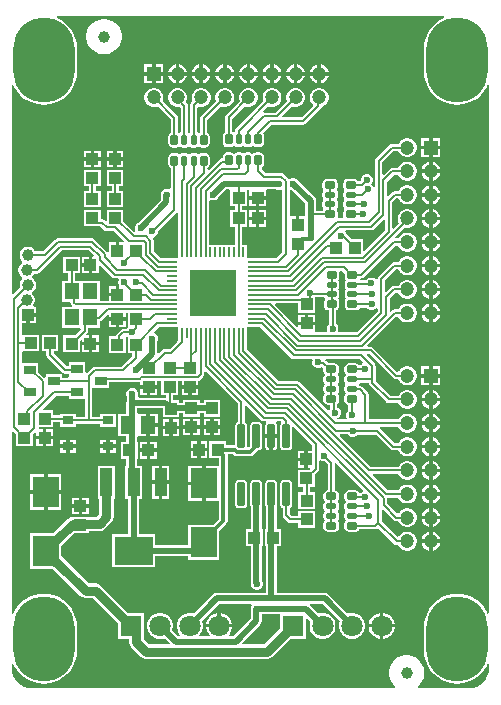
<source format=gtl>
G04*
G04 #@! TF.GenerationSoftware,Altium Limited,Altium Designer,21.8.1 (53)*
G04*
G04 Layer_Physical_Order=1*
G04 Layer_Color=255*
%FSLAX44Y44*%
%MOMM*%
G71*
G04*
G04 #@! TF.SameCoordinates,996D42DF-EE5A-41D5-9054-6BF74EEE028F*
G04*
G04*
G04 #@! TF.FilePolarity,Positive*
G04*
G01*
G75*
%ADD11C,0.2000*%
%ADD30R,1.0000X0.8000*%
%ADD43R,0.2200X0.8098*%
%ADD44R,0.8098X0.2200*%
%ADD45R,4.0000X4.0000*%
%ADD46R,1.3000X1.5000*%
G04:AMPARAMS|DCode=47|XSize=0.9mm|YSize=0.61mm|CornerRadius=0.1525mm|HoleSize=0mm|Usage=FLASHONLY|Rotation=180.000|XOffset=0mm|YOffset=0mm|HoleType=Round|Shape=RoundedRectangle|*
%AMROUNDEDRECTD47*
21,1,0.9000,0.3050,0,0,180.0*
21,1,0.5950,0.6100,0,0,180.0*
1,1,0.3050,-0.2975,0.1525*
1,1,0.3050,0.2975,0.1525*
1,1,0.3050,0.2975,-0.1525*
1,1,0.3050,-0.2975,-0.1525*
%
%ADD47ROUNDEDRECTD47*%
G04:AMPARAMS|DCode=48|XSize=0.9mm|YSize=0.53mm|CornerRadius=0.1325mm|HoleSize=0mm|Usage=FLASHONLY|Rotation=180.000|XOffset=0mm|YOffset=0mm|HoleType=Round|Shape=RoundedRectangle|*
%AMROUNDEDRECTD48*
21,1,0.9000,0.2650,0,0,180.0*
21,1,0.6350,0.5300,0,0,180.0*
1,1,0.2650,-0.3175,0.1325*
1,1,0.2650,0.3175,0.1325*
1,1,0.2650,0.3175,-0.1325*
1,1,0.2650,-0.3175,-0.1325*
%
%ADD48ROUNDEDRECTD48*%
%ADD49R,1.0000X1.0000*%
%ADD50R,1.0000X1.0000*%
%ADD51R,3.3000X2.4000*%
%ADD52R,1.0000X2.4000*%
%ADD53R,2.2000X2.6000*%
%ADD54R,1.2000X1.4000*%
%ADD55R,0.9000X0.7000*%
G04:AMPARAMS|DCode=56|XSize=1.97mm|YSize=0.6mm|CornerRadius=0.075mm|HoleSize=0mm|Usage=FLASHONLY|Rotation=270.000|XOffset=0mm|YOffset=0mm|HoleType=Round|Shape=RoundedRectangle|*
%AMROUNDEDRECTD56*
21,1,1.9700,0.4500,0,0,270.0*
21,1,1.8200,0.6000,0,0,270.0*
1,1,0.1500,-0.2250,-0.9100*
1,1,0.1500,-0.2250,0.9100*
1,1,0.1500,0.2250,0.9100*
1,1,0.1500,0.2250,-0.9100*
%
%ADD56ROUNDEDRECTD56*%
G04:AMPARAMS|DCode=57|XSize=0.9mm|YSize=0.61mm|CornerRadius=0.1525mm|HoleSize=0mm|Usage=FLASHONLY|Rotation=270.000|XOffset=0mm|YOffset=0mm|HoleType=Round|Shape=RoundedRectangle|*
%AMROUNDEDRECTD57*
21,1,0.9000,0.3050,0,0,270.0*
21,1,0.5950,0.6100,0,0,270.0*
1,1,0.3050,-0.1525,-0.2975*
1,1,0.3050,-0.1525,0.2975*
1,1,0.3050,0.1525,0.2975*
1,1,0.3050,0.1525,-0.2975*
%
%ADD57ROUNDEDRECTD57*%
G04:AMPARAMS|DCode=58|XSize=0.9mm|YSize=0.53mm|CornerRadius=0.1325mm|HoleSize=0mm|Usage=FLASHONLY|Rotation=270.000|XOffset=0mm|YOffset=0mm|HoleType=Round|Shape=RoundedRectangle|*
%AMROUNDEDRECTD58*
21,1,0.9000,0.2650,0,0,270.0*
21,1,0.6350,0.5300,0,0,270.0*
1,1,0.2650,-0.1325,-0.3175*
1,1,0.2650,-0.1325,0.3175*
1,1,0.2650,0.1325,0.3175*
1,1,0.2650,0.1325,-0.3175*
%
%ADD58ROUNDEDRECTD58*%
%ADD59C,0.5000*%
%ADD60C,0.3000*%
%ADD61C,0.8000*%
%ADD62C,0.6000*%
%ADD63C,1.0000*%
%ADD64O,5.2000X7.2000*%
%ADD65C,1.2000*%
%ADD66R,1.2000X1.2000*%
%ADD67C,1.8000*%
%ADD68R,1.8000X1.8000*%
%ADD69R,1.2000X1.2000*%
G36*
X338808Y515671D02*
X337249Y515025D01*
X333491Y512723D01*
X330140Y509860D01*
X327277Y506509D01*
X324975Y502751D01*
X323288Y498679D01*
X322259Y494394D01*
X321913Y490000D01*
Y470000D01*
X322259Y465606D01*
X323288Y461321D01*
X324975Y457249D01*
X327277Y453491D01*
X330140Y450140D01*
X333491Y447277D01*
X337249Y444975D01*
X341321Y443288D01*
X345606Y442259D01*
X350000Y441913D01*
X354394Y442259D01*
X358679Y443288D01*
X362751Y444975D01*
X366509Y447277D01*
X369860Y450140D01*
X372723Y453491D01*
X375025Y457249D01*
X375671Y458808D01*
X376941Y458556D01*
Y11444D01*
X375671Y11192D01*
X375025Y12751D01*
X372723Y16509D01*
X369860Y19860D01*
X366509Y22722D01*
X362751Y25025D01*
X358679Y26712D01*
X354394Y27741D01*
X350000Y28087D01*
X345606Y27741D01*
X341321Y26712D01*
X337249Y25025D01*
X333491Y22722D01*
X330140Y19860D01*
X327277Y16509D01*
X324975Y12751D01*
X323288Y8679D01*
X322259Y4394D01*
X321913Y0D01*
Y-20000D01*
X322259Y-24394D01*
X323288Y-28679D01*
X324975Y-32751D01*
X327277Y-36509D01*
X330140Y-39860D01*
X333491Y-42723D01*
X337249Y-45025D01*
X341321Y-46712D01*
X345606Y-47741D01*
X350000Y-48087D01*
X354394Y-47741D01*
X358679Y-46712D01*
X362751Y-45025D01*
X366509Y-42723D01*
X369860Y-39860D01*
X372723Y-36509D01*
X375025Y-32751D01*
X375671Y-31192D01*
X376941Y-31444D01*
Y-33738D01*
X376941Y-35000D01*
X376834Y-36226D01*
X376629Y-38308D01*
X375664Y-41488D01*
X374097Y-44419D01*
X371989Y-46989D01*
X369420Y-49097D01*
X366488Y-50664D01*
X363308Y-51629D01*
X360045Y-51950D01*
X360000Y-51941D01*
X317069D01*
X316700Y-50726D01*
X316812Y-50651D01*
X318901Y-48562D01*
X320543Y-46105D01*
X321674Y-43375D01*
X322250Y-40477D01*
Y-37523D01*
X321674Y-34625D01*
X320543Y-31895D01*
X318901Y-29438D01*
X316812Y-27349D01*
X314355Y-25707D01*
X311625Y-24576D01*
X308727Y-24000D01*
X305773D01*
X302875Y-24576D01*
X300145Y-25707D01*
X297688Y-27349D01*
X295599Y-29438D01*
X293957Y-31895D01*
X292826Y-34625D01*
X292250Y-37523D01*
Y-40477D01*
X292826Y-43375D01*
X293957Y-46105D01*
X295599Y-48562D01*
X297688Y-50651D01*
X297800Y-50726D01*
X297431Y-51941D01*
X-8735D01*
X-8752Y-51941D01*
X-10000Y-51941D01*
X-11226Y-51834D01*
X-13308Y-51629D01*
X-16488Y-50664D01*
X-19419Y-49097D01*
X-21989Y-46989D01*
X-24097Y-44419D01*
X-25664Y-41488D01*
X-26629Y-38308D01*
X-26950Y-35045D01*
X-26941Y-35000D01*
Y-31444D01*
X-25671Y-31192D01*
X-25025Y-32751D01*
X-22722Y-36509D01*
X-19860Y-39860D01*
X-16509Y-42723D01*
X-12751Y-45025D01*
X-8679Y-46712D01*
X-4394Y-47741D01*
X0Y-48087D01*
X4394Y-47741D01*
X8679Y-46712D01*
X12751Y-45025D01*
X16509Y-42723D01*
X19860Y-39860D01*
X22722Y-36509D01*
X25025Y-32751D01*
X26712Y-28679D01*
X27741Y-24394D01*
X28087Y-20000D01*
Y0D01*
X27741Y4394D01*
X26712Y8679D01*
X25025Y12751D01*
X22722Y16509D01*
X19860Y19860D01*
X16509Y22722D01*
X12751Y25025D01*
X8679Y26712D01*
X4394Y27741D01*
X0Y28087D01*
X-4394Y27741D01*
X-8679Y26712D01*
X-12751Y25025D01*
X-16509Y22722D01*
X-19860Y19860D01*
X-22722Y16509D01*
X-25025Y12751D01*
X-25671Y11192D01*
X-26941Y11444D01*
X-26941Y164706D01*
X-25768Y165192D01*
X-23500Y162924D01*
Y153250D01*
X-9500D01*
Y162924D01*
X-7423Y165001D01*
X-6250Y164515D01*
Y161750D01*
X-750D01*
Y167250D01*
X-3138D01*
X-4102Y168471D01*
X-3923Y169223D01*
X-3864Y169250D01*
X7750D01*
Y173191D01*
X14000D01*
Y169500D01*
X27000D01*
Y171941D01*
X48000D01*
Y169500D01*
X61000D01*
Y180500D01*
X48000D01*
Y178059D01*
X41059D01*
Y201309D01*
X41250Y202500D01*
X55250D01*
Y206941D01*
X81257D01*
X81257Y206941D01*
X81750Y206537D01*
Y204750D01*
X88750D01*
X95750D01*
Y208190D01*
X99502D01*
Y196249D01*
X103443D01*
Y194414D01*
X103021Y194068D01*
X80572D01*
X79723Y195338D01*
X80000Y196005D01*
Y197995D01*
X79239Y199832D01*
X77832Y201239D01*
X75995Y202000D01*
X74005D01*
X72168Y201239D01*
X70761Y199832D01*
X70000Y197995D01*
Y196005D01*
X70220Y195473D01*
Y191031D01*
X69912Y189479D01*
Y180500D01*
X62750D01*
Y161500D01*
X69912D01*
Y156500D01*
X65500D01*
Y142500D01*
X69912D01*
Y136500D01*
X69000D01*
Y108500D01*
X71412D01*
Y78500D01*
X57500D01*
Y50500D01*
X94500D01*
Y59912D01*
X122500D01*
Y56500D01*
X148500D01*
Y81453D01*
X154523Y87477D01*
X155297Y88634D01*
X155569Y90000D01*
Y145250D01*
X155529Y145450D01*
X156334Y146431D01*
X160061D01*
X160667Y145826D01*
X161825Y145052D01*
X163190Y144781D01*
X174993D01*
X176358Y145052D01*
X177516Y145826D01*
X180924Y149234D01*
X181299Y149795D01*
X182151D01*
X183224Y150009D01*
X184133Y150617D01*
X184741Y151526D01*
X184955Y152599D01*
Y170799D01*
X184741Y171872D01*
X184133Y172782D01*
X183224Y173390D01*
X182151Y173603D01*
X177651D01*
X176578Y173390D01*
X175668Y172782D01*
X175060Y171872D01*
X174847Y170799D01*
Y160273D01*
X174832Y160199D01*
Y153236D01*
X173918Y152321D01*
X172435Y152379D01*
X172255Y152599D01*
Y170799D01*
X172041Y171872D01*
X171433Y172782D01*
X170524Y173390D01*
X170260Y173442D01*
Y186988D01*
X171433Y187474D01*
X184070Y174837D01*
X185062Y174174D01*
X186233Y173941D01*
X186233Y173941D01*
X187817D01*
X188167Y173206D01*
X188294Y172671D01*
X187760Y171872D01*
X187547Y170799D01*
Y163199D01*
X192601D01*
X197655D01*
Y170799D01*
X197441Y171872D01*
X196907Y172671D01*
X197035Y173206D01*
X197384Y173941D01*
X200517D01*
X200867Y173206D01*
X200994Y172671D01*
X200460Y171872D01*
X200247Y170799D01*
Y152599D01*
X200460Y151526D01*
X201068Y150617D01*
X201978Y150009D01*
X203051Y149795D01*
X207551D01*
X208624Y150009D01*
X209533Y150617D01*
X210141Y151526D01*
X210355Y152599D01*
Y168969D01*
X211528Y169455D01*
X227191Y153792D01*
Y148700D01*
X223750D01*
Y141700D01*
Y134700D01*
X225179D01*
X225653Y133591D01*
X224918Y132700D01*
X215250D01*
Y118700D01*
X219441D01*
Y113950D01*
X215500D01*
Y99950D01*
X229500D01*
Y113950D01*
X225559D01*
Y118700D01*
X229250D01*
Y128374D01*
X232413Y131537D01*
X233076Y132529D01*
X233309Y133700D01*
Y140441D01*
X234482Y140927D01*
X234658Y140751D01*
X236496Y139990D01*
X238165D01*
X240341Y137814D01*
Y115502D01*
X239050Y115246D01*
X237884Y114466D01*
X237104Y113300D01*
X236831Y111925D01*
Y108875D01*
X237104Y107500D01*
X237443Y106993D01*
X237828Y105722D01*
X237093Y104622D01*
X236835Y103325D01*
Y100675D01*
X237093Y99378D01*
X237379Y98950D01*
X237726Y98000D01*
X237379Y97050D01*
X237093Y96622D01*
X236835Y95325D01*
Y92675D01*
X237093Y91378D01*
X237828Y90278D01*
X237443Y89007D01*
X237104Y88500D01*
X236831Y87125D01*
Y84075D01*
X237104Y82700D01*
X237884Y81534D01*
X239050Y80755D01*
X240425Y80481D01*
X246375D01*
X247750Y80755D01*
X248916Y81534D01*
X249695Y82700D01*
X249969Y84075D01*
Y87125D01*
X249695Y88500D01*
X249357Y89007D01*
X248972Y90278D01*
X249707Y91378D01*
X249965Y92675D01*
Y95325D01*
X249707Y96622D01*
X249421Y97050D01*
X249074Y98000D01*
X249421Y98950D01*
X249707Y99378D01*
X249965Y100675D01*
Y103325D01*
X249707Y104622D01*
X248972Y105722D01*
X249357Y106993D01*
X249695Y107500D01*
X249969Y108875D01*
Y111925D01*
X249695Y113300D01*
X248916Y114466D01*
X247750Y115246D01*
X246459Y115502D01*
Y138385D01*
X247729Y138911D01*
X270482Y116158D01*
X270184Y114660D01*
X269168Y114239D01*
X268575Y113646D01*
X268450Y113610D01*
X267111Y113726D01*
X266616Y114466D01*
X265450Y115246D01*
X264075Y115519D01*
X258125D01*
X256750Y115246D01*
X255584Y114466D01*
X254804Y113300D01*
X254531Y111925D01*
Y108875D01*
X254804Y107500D01*
X255143Y106993D01*
X255528Y105722D01*
X254793Y104622D01*
X254535Y103325D01*
Y100675D01*
X254793Y99378D01*
X255079Y98950D01*
X255426Y98000D01*
X255079Y97050D01*
X254793Y96622D01*
X254535Y95325D01*
Y92675D01*
X254793Y91378D01*
X255528Y90278D01*
X255143Y89007D01*
X254804Y88500D01*
X254531Y87125D01*
Y84075D01*
X254804Y82700D01*
X255584Y81534D01*
X256750Y80755D01*
X258125Y80481D01*
X264075D01*
X265450Y80755D01*
X266616Y81534D01*
X267290Y82541D01*
X280850D01*
X280850Y82541D01*
X282020Y82774D01*
X283013Y83437D01*
X283250Y83674D01*
X296587Y70337D01*
X296587Y70337D01*
X297579Y69674D01*
X298750Y69441D01*
X298750Y69441D01*
X300287D01*
X300295Y69412D01*
X301348Y67588D01*
X302838Y66098D01*
X304662Y65045D01*
X306697Y64500D01*
X308803D01*
X310838Y65045D01*
X312662Y66098D01*
X314152Y67588D01*
X315205Y69412D01*
X315750Y71447D01*
Y73553D01*
X315205Y75588D01*
X314152Y77412D01*
X312662Y78902D01*
X310838Y79955D01*
X308803Y80500D01*
X306697D01*
X304662Y79955D01*
X302838Y78902D01*
X301348Y77412D01*
X300840Y76532D01*
X299253Y76323D01*
X286309Y89267D01*
Y98706D01*
X287482Y99192D01*
X296337Y90337D01*
X296337Y90337D01*
X297330Y89674D01*
X298500Y89441D01*
X300287D01*
X300295Y89412D01*
X301348Y87588D01*
X302838Y86098D01*
X304662Y85045D01*
X306697Y84500D01*
X308803D01*
X310838Y85045D01*
X312662Y86098D01*
X314152Y87588D01*
X315205Y89412D01*
X315750Y91447D01*
Y93553D01*
X315205Y95588D01*
X314152Y97412D01*
X312662Y98902D01*
X310838Y99955D01*
X308803Y100500D01*
X306697D01*
X304662Y99955D01*
X302838Y98902D01*
X301348Y97412D01*
X300720Y96324D01*
X299185Y96141D01*
X290809Y104517D01*
Y108873D01*
X290809Y108873D01*
X291275Y109441D01*
X300287D01*
X300295Y109412D01*
X301348Y107588D01*
X302838Y106098D01*
X304662Y105045D01*
X306697Y104500D01*
X308803D01*
X310838Y105045D01*
X312662Y106098D01*
X314152Y107588D01*
X315205Y109412D01*
X315750Y111447D01*
Y113553D01*
X315205Y115588D01*
X314152Y117412D01*
X312662Y118902D01*
X310838Y119955D01*
X308803Y120500D01*
X306697D01*
X304662Y119955D01*
X302838Y118902D01*
X301348Y117412D01*
X300295Y115588D01*
X300287Y115559D01*
X291047D01*
X278337Y128268D01*
X278823Y129441D01*
X300287D01*
X300295Y129412D01*
X301348Y127588D01*
X302838Y126098D01*
X304662Y125045D01*
X306697Y124500D01*
X308803D01*
X310838Y125045D01*
X312662Y126098D01*
X314152Y127588D01*
X315205Y129412D01*
X315750Y131447D01*
Y133553D01*
X315205Y135588D01*
X314152Y137412D01*
X312662Y138902D01*
X310838Y139955D01*
X308803Y140500D01*
X306697D01*
X304662Y139955D01*
X302838Y138902D01*
X301348Y137412D01*
X300295Y135588D01*
X300287Y135559D01*
X276703D01*
X250494Y161768D01*
X250980Y162941D01*
X257251D01*
X257261Y162918D01*
X258668Y161511D01*
X260505Y160750D01*
X262495D01*
X264332Y161511D01*
X265512Y162691D01*
X281233D01*
X293587Y150337D01*
X293587Y150337D01*
X294580Y149674D01*
X295750Y149441D01*
X295750Y149441D01*
X300287D01*
X300295Y149412D01*
X301348Y147588D01*
X302838Y146098D01*
X304662Y145045D01*
X306697Y144500D01*
X308803D01*
X310838Y145045D01*
X312662Y146098D01*
X314152Y147588D01*
X315205Y149412D01*
X315750Y151447D01*
Y153553D01*
X315205Y155588D01*
X314152Y157412D01*
X312662Y158902D01*
X310838Y159955D01*
X308803Y160500D01*
X306697D01*
X304662Y159955D01*
X302838Y158902D01*
X301348Y157412D01*
X300295Y155588D01*
X300287Y155559D01*
X297017D01*
X284663Y167913D01*
X284276Y168171D01*
X284662Y169441D01*
X300287D01*
X300295Y169412D01*
X301348Y167588D01*
X302838Y166098D01*
X304662Y165045D01*
X306697Y164500D01*
X308803D01*
X310838Y165045D01*
X312662Y166098D01*
X314152Y167588D01*
X315205Y169412D01*
X315750Y171447D01*
Y173553D01*
X315205Y175588D01*
X314152Y177412D01*
X312662Y178902D01*
X310838Y179955D01*
X308803Y180500D01*
X306697D01*
X304662Y179955D01*
X302838Y178902D01*
X301348Y177412D01*
X300295Y175588D01*
X300287Y175559D01*
X275059D01*
Y196500D01*
X274826Y197670D01*
X274163Y198663D01*
X269663Y203163D01*
X268671Y203826D01*
X267500Y204059D01*
X267407Y204122D01*
X267121Y204550D01*
X266854Y205279D01*
X267656Y206441D01*
X274953D01*
X275174Y205329D01*
X275837Y204337D01*
X289837Y190337D01*
X290830Y189674D01*
X292000Y189441D01*
X292000Y189441D01*
X300287D01*
X300295Y189412D01*
X301348Y187588D01*
X302838Y186098D01*
X304662Y185045D01*
X306697Y184500D01*
X308803D01*
X310838Y185045D01*
X312662Y186098D01*
X314152Y187588D01*
X315205Y189412D01*
X315750Y191447D01*
Y193553D01*
X315205Y195588D01*
X314152Y197412D01*
X312662Y198902D01*
X310838Y199955D01*
X308803Y200500D01*
X306697D01*
X304662Y199955D01*
X302838Y198902D01*
X301348Y197412D01*
X300295Y195588D01*
X300287Y195559D01*
X293267D01*
X281059Y207767D01*
Y209000D01*
X281059Y209000D01*
X281059Y209000D01*
Y220735D01*
X280826Y221906D01*
X280163Y222898D01*
X273293Y229768D01*
X273779Y230941D01*
X275733D01*
X296337Y210337D01*
X296337Y210337D01*
X297330Y209674D01*
X298500Y209441D01*
X300287D01*
X300295Y209412D01*
X301348Y207588D01*
X302838Y206098D01*
X304662Y205045D01*
X306697Y204500D01*
X308803D01*
X310838Y205045D01*
X312662Y206098D01*
X314152Y207588D01*
X315205Y209412D01*
X315750Y211447D01*
Y213553D01*
X315205Y215588D01*
X314152Y217412D01*
X312662Y218902D01*
X310838Y219955D01*
X308803Y220500D01*
X306697D01*
X304662Y219955D01*
X302838Y218902D01*
X301348Y217412D01*
X300720Y216324D01*
X299185Y216141D01*
X279163Y236163D01*
X278171Y236826D01*
X277000Y237059D01*
X277000Y237059D01*
X274294D01*
X273808Y238232D01*
X298267Y262691D01*
X300287D01*
X300295Y262662D01*
X301348Y260838D01*
X302838Y259348D01*
X304662Y258295D01*
X306697Y257750D01*
X308803D01*
X310838Y258295D01*
X312662Y259348D01*
X314152Y260838D01*
X315205Y262662D01*
X315750Y264697D01*
Y266803D01*
X315205Y268838D01*
X314152Y270662D01*
X312662Y272152D01*
X310838Y273205D01*
X308803Y273750D01*
X306697D01*
X304662Y273205D01*
X302838Y272152D01*
X301348Y270662D01*
X300295Y268838D01*
X300287Y268809D01*
X297000D01*
X297000Y268809D01*
X295830Y268576D01*
X294837Y267913D01*
X294837Y267913D01*
X293904Y266979D01*
X292730Y267465D01*
Y277905D01*
X297517Y282691D01*
X300287D01*
X300295Y282662D01*
X301348Y280838D01*
X302838Y279348D01*
X304662Y278295D01*
X306697Y277750D01*
X308803D01*
X310838Y278295D01*
X312662Y279348D01*
X314152Y280838D01*
X315205Y282662D01*
X315750Y284697D01*
Y286803D01*
X315205Y288838D01*
X314152Y290662D01*
X312662Y292152D01*
X310838Y293205D01*
X308803Y293750D01*
X306697D01*
X304662Y293205D01*
X302838Y292152D01*
X301348Y290662D01*
X300295Y288838D01*
X300287Y288809D01*
X296250D01*
X295079Y288576D01*
X294087Y287913D01*
X294087Y287913D01*
X289904Y283729D01*
X288730Y284216D01*
Y293405D01*
X298017Y302691D01*
X300287D01*
X300295Y302662D01*
X301348Y300838D01*
X302838Y299348D01*
X304662Y298295D01*
X306697Y297750D01*
X308803D01*
X310838Y298295D01*
X312662Y299348D01*
X314152Y300838D01*
X315205Y302662D01*
X315750Y304697D01*
Y306803D01*
X315205Y308838D01*
X314152Y310662D01*
X312662Y312152D01*
X310838Y313205D01*
X308803Y313750D01*
X306697D01*
X304662Y313205D01*
X302838Y312152D01*
X301348Y310662D01*
X300295Y308838D01*
X300287Y308809D01*
X296750D01*
X296750Y308809D01*
X295579Y308576D01*
X294587Y307913D01*
X294587Y307913D01*
X283509Y296835D01*
X282846Y295842D01*
X282613Y294672D01*
X282341Y294385D01*
X280734Y294338D01*
X280082Y294989D01*
X278245Y295750D01*
X276255D01*
X274418Y294989D01*
X273011Y293582D01*
X272898Y293309D01*
X268743D01*
X268029Y294579D01*
X268341Y295091D01*
X268900D01*
X268900Y295091D01*
X270070Y295324D01*
X271063Y295987D01*
X297767Y322691D01*
X300287D01*
X300295Y322662D01*
X301348Y320838D01*
X302838Y319348D01*
X304662Y318295D01*
X306697Y317750D01*
X308803D01*
X310838Y318295D01*
X312662Y319348D01*
X314152Y320838D01*
X315205Y322662D01*
X315750Y324697D01*
Y326803D01*
X315205Y328838D01*
X314152Y330662D01*
X312662Y332152D01*
X310838Y333205D01*
X308803Y333750D01*
X306697D01*
X304662Y333205D01*
X302838Y332152D01*
X301348Y330662D01*
X300295Y328838D01*
X300287Y328809D01*
X298201D01*
X297715Y329982D01*
X305739Y338007D01*
X306697Y337750D01*
X308803D01*
X310838Y338295D01*
X312662Y339348D01*
X314152Y340838D01*
X315205Y342662D01*
X315750Y344697D01*
Y346803D01*
X315205Y348838D01*
X314152Y350662D01*
X312662Y352151D01*
X310838Y353205D01*
X308803Y353750D01*
X306697D01*
X304662Y353205D01*
X302838Y352151D01*
X301348Y350662D01*
X300295Y348838D01*
X299750Y346803D01*
Y344697D01*
X300295Y342662D01*
X300825Y341744D01*
X296232Y337151D01*
X295059Y337637D01*
Y359483D01*
X298267Y362691D01*
X300287D01*
X300295Y362662D01*
X301348Y360838D01*
X302838Y359348D01*
X304662Y358295D01*
X306697Y357750D01*
X308803D01*
X310838Y358295D01*
X312662Y359348D01*
X314152Y360838D01*
X315205Y362662D01*
X315750Y364697D01*
Y366803D01*
X315205Y368838D01*
X314152Y370662D01*
X312662Y372151D01*
X310838Y373205D01*
X308803Y373750D01*
X306697D01*
X304662Y373205D01*
X302838Y372151D01*
X301348Y370662D01*
X300295Y368838D01*
X300287Y368809D01*
X297000D01*
X295829Y368576D01*
X294837Y367913D01*
X291732Y364808D01*
X290559Y365294D01*
Y376733D01*
X296517Y382691D01*
X300287D01*
X300295Y382662D01*
X301348Y380838D01*
X302838Y379348D01*
X304662Y378295D01*
X306697Y377750D01*
X308803D01*
X310838Y378295D01*
X312662Y379348D01*
X314152Y380838D01*
X315205Y382662D01*
X315750Y384697D01*
Y386803D01*
X315205Y388838D01*
X314152Y390662D01*
X312662Y392151D01*
X310838Y393205D01*
X308803Y393750D01*
X306697D01*
X304662Y393205D01*
X302838Y392151D01*
X301348Y390662D01*
X300295Y388838D01*
X300287Y388809D01*
X295250D01*
X294079Y388576D01*
X293087Y387913D01*
X293087Y387913D01*
X287732Y382558D01*
X286559Y383044D01*
Y393483D01*
X295767Y402691D01*
X300287D01*
X300295Y402662D01*
X301348Y400838D01*
X302838Y399348D01*
X304662Y398295D01*
X306697Y397750D01*
X308803D01*
X310838Y398295D01*
X312662Y399348D01*
X314152Y400838D01*
X315205Y402662D01*
X315750Y404697D01*
Y406803D01*
X315205Y408838D01*
X314152Y410662D01*
X312662Y412151D01*
X310838Y413205D01*
X308803Y413750D01*
X306697D01*
X304662Y413205D01*
X302838Y412151D01*
X301348Y410662D01*
X300295Y408838D01*
X300287Y408809D01*
X294500D01*
X293329Y408576D01*
X292337Y407913D01*
X292337Y407913D01*
X281337Y396913D01*
X280674Y395920D01*
X280441Y394750D01*
X280441Y394750D01*
Y372541D01*
X279171Y372288D01*
X278739Y373332D01*
X277332Y374739D01*
X277784Y375926D01*
X278407Y377430D01*
Y379420D01*
X277646Y381257D01*
X276239Y382664D01*
X274401Y383425D01*
X272412D01*
X270575Y382664D01*
X269168Y381257D01*
X268407Y379420D01*
Y377751D01*
X267865Y377209D01*
X266290D01*
X265616Y378216D01*
X264450Y378996D01*
X263075Y379269D01*
X257125D01*
X255750Y378996D01*
X254584Y378216D01*
X253804Y377050D01*
X253531Y375675D01*
Y372625D01*
X253804Y371250D01*
X254143Y370743D01*
X254528Y369472D01*
X253793Y368372D01*
X253535Y367075D01*
Y364425D01*
X253793Y363128D01*
X254079Y362700D01*
X254426Y361750D01*
X254079Y360800D01*
X253793Y360372D01*
X253535Y359075D01*
Y356425D01*
X253793Y355128D01*
X254528Y354028D01*
X254143Y352757D01*
X253804Y352250D01*
X253531Y350875D01*
Y347825D01*
X253679Y347079D01*
X252822Y345809D01*
X249764D01*
X249620Y345895D01*
X248821Y347079D01*
X248969Y347825D01*
Y350875D01*
X248696Y352250D01*
X248357Y352757D01*
X247972Y354028D01*
X248707Y355128D01*
X248965Y356425D01*
Y359075D01*
X248707Y360372D01*
X248421Y360800D01*
X248074Y361750D01*
X248421Y362700D01*
X248707Y363128D01*
X248965Y364425D01*
Y367075D01*
X248707Y368372D01*
X247972Y369472D01*
X248357Y370743D01*
X248696Y371250D01*
X248969Y372625D01*
Y375675D01*
X248696Y377050D01*
X247916Y378216D01*
X246750Y378996D01*
X245375Y379269D01*
X239425D01*
X238050Y378996D01*
X236884Y378216D01*
X236105Y377050D01*
X235831Y375675D01*
Y372625D01*
X236105Y371250D01*
X236443Y370743D01*
X236828Y369472D01*
X236093Y368372D01*
X235835Y367075D01*
Y364425D01*
X236093Y363128D01*
X236379Y362700D01*
X236726Y361750D01*
X236379Y360800D01*
X236093Y360372D01*
X235835Y359075D01*
Y356425D01*
X236093Y355128D01*
X236828Y354028D01*
X236443Y352757D01*
X236210Y352409D01*
X230767D01*
Y360321D01*
X230418Y362077D01*
X229423Y363565D01*
X215901Y377088D01*
X215489Y378082D01*
X214082Y379489D01*
X212245Y380250D01*
X210255D01*
X208418Y379489D01*
X208223Y379294D01*
X207163Y379398D01*
X203398Y383163D01*
X202406Y383826D01*
X201235Y384059D01*
X201235Y384059D01*
X187767D01*
X184459Y387367D01*
Y388960D01*
X185466Y389634D01*
X186245Y390800D01*
X186519Y392175D01*
Y398125D01*
X186245Y399500D01*
X185466Y400666D01*
X184300Y401446D01*
X182925Y401719D01*
X179875D01*
X178500Y401446D01*
X177993Y401107D01*
X176722Y400722D01*
X175622Y401457D01*
X174325Y401715D01*
X171675D01*
X170378Y401457D01*
X169950Y401171D01*
X169000Y400824D01*
X168050Y401171D01*
X167622Y401457D01*
X166325Y401715D01*
X163675D01*
X162378Y401457D01*
X161278Y400722D01*
X160007Y401107D01*
X159500Y401446D01*
X158125Y401719D01*
X155075D01*
X153700Y401446D01*
X152534Y400666D01*
X151755Y399500D01*
X151481Y398125D01*
Y397334D01*
X150550Y396545D01*
X149380Y396312D01*
X148387Y395649D01*
X148387Y395649D01*
X139817Y387079D01*
X138638Y387560D01*
X138598Y388554D01*
X139466Y389134D01*
X140246Y390300D01*
X140519Y391675D01*
Y397625D01*
X140246Y399000D01*
X139466Y400166D01*
X138300Y400946D01*
X136925Y401219D01*
X133875D01*
X132500Y400946D01*
X131993Y400607D01*
X130722Y400222D01*
X129622Y400957D01*
X128325Y401215D01*
X125675D01*
X124378Y400957D01*
X123950Y400671D01*
X123000Y400324D01*
X122050Y400671D01*
X121622Y400957D01*
X120325Y401215D01*
X117675D01*
X116378Y400957D01*
X115278Y400222D01*
X114007Y400607D01*
X113500Y400946D01*
X112125Y401219D01*
X109075D01*
X107700Y400946D01*
X106534Y400166D01*
X105755Y399000D01*
X105481Y397625D01*
Y391675D01*
X105755Y390300D01*
X106534Y389134D01*
X107541Y388460D01*
Y371189D01*
X106271Y370471D01*
X104995Y371000D01*
X103005D01*
X101168Y370239D01*
X99761Y368832D01*
X99000Y366995D01*
Y365005D01*
X99221Y364473D01*
Y361209D01*
X80162Y342151D01*
X79168Y341739D01*
X77761Y340332D01*
X77000Y338495D01*
Y336505D01*
X77448Y335424D01*
X76371Y334704D01*
X67500Y343576D01*
Y353250D01*
X53500D01*
Y343991D01*
X52327Y343505D01*
X51419Y344413D01*
X50426Y345076D01*
X49256Y345309D01*
X48250Y346048D01*
Y353250D01*
X34250D01*
Y339250D01*
X44954D01*
X45250Y339191D01*
X45250Y339191D01*
X47989D01*
X51093Y336087D01*
X51093Y336087D01*
X52085Y335424D01*
X53256Y335191D01*
X53256Y335191D01*
X59233D01*
X67751Y326673D01*
X67265Y325500D01*
X63750D01*
Y318500D01*
X60750D01*
Y325500D01*
X55250D01*
Y317480D01*
X53980Y317095D01*
X53663Y317570D01*
X53663Y317570D01*
X43320Y327913D01*
X42327Y328576D01*
X41157Y328809D01*
X41157Y328809D01*
X11750D01*
X11750Y328809D01*
X10580Y328576D01*
X9587Y327913D01*
X-367Y317959D01*
X-7183D01*
X-7899Y319198D01*
X-9202Y320501D01*
X-10798Y321423D01*
X-12579Y321900D01*
X-14422D01*
X-16202Y321423D01*
X-17798Y320501D01*
X-19101Y319198D01*
X-20023Y317602D01*
X-20500Y315821D01*
Y313978D01*
X-20023Y312198D01*
X-19101Y310602D01*
X-18145Y309645D01*
X-18150Y308411D01*
X-18271Y308105D01*
X-18798Y307801D01*
X-20101Y306498D01*
X-21023Y304902D01*
X-21500Y303121D01*
Y301278D01*
X-21023Y299498D01*
X-20101Y297902D01*
X-18798Y296599D01*
X-18271Y296295D01*
X-18150Y295989D01*
X-18145Y294755D01*
X-19101Y293798D01*
X-20023Y292202D01*
X-20500Y290422D01*
Y288578D01*
X-20130Y287196D01*
X-25768Y281558D01*
X-26941Y282044D01*
X-26941Y458556D01*
X-25671Y458808D01*
X-25025Y457249D01*
X-22722Y453491D01*
X-19860Y450140D01*
X-16509Y447277D01*
X-12751Y444975D01*
X-8679Y443288D01*
X-4394Y442259D01*
X0Y441913D01*
X4394Y442259D01*
X8679Y443288D01*
X12751Y444975D01*
X16509Y447277D01*
X19860Y450140D01*
X22722Y453491D01*
X25025Y457249D01*
X26712Y461321D01*
X27741Y465606D01*
X28087Y470000D01*
Y490000D01*
X27741Y494394D01*
X26712Y498679D01*
X25025Y502751D01*
X22722Y506509D01*
X19860Y509860D01*
X16509Y512723D01*
X12751Y515025D01*
X11192Y515671D01*
X11444Y516941D01*
X338556D01*
X338808Y515671D01*
D02*
G37*
G36*
X197755Y370000D02*
X199745D01*
X200671Y370384D01*
X201941Y369535D01*
Y317267D01*
X196684Y312010D01*
X183500D01*
Y312051D01*
X172100D01*
Y323451D01*
X168059D01*
Y338750D01*
X172000D01*
Y352750D01*
X168059D01*
Y356000D01*
X172000D01*
Y369620D01*
X173000Y370187D01*
X174000Y369621D01*
Y364500D01*
X181000D01*
X188000D01*
X188000Y370000D01*
X189099Y370412D01*
X196761D01*
X197755Y370000D01*
D02*
G37*
G36*
X158000Y370000D02*
Y356000D01*
X161941D01*
Y352750D01*
X158000D01*
Y338750D01*
X161941D01*
Y323451D01*
X140059D01*
Y360432D01*
X141329Y361280D01*
X142005Y361000D01*
X143995D01*
X145832Y361761D01*
X147239Y363168D01*
X147459Y363700D01*
X154171Y370412D01*
X156901D01*
X158000Y370000D01*
D02*
G37*
G36*
X209412Y370599D02*
X221591Y358421D01*
Y347500D01*
X216500D01*
Y340500D01*
X213500D01*
Y347500D01*
X208059D01*
Y369785D01*
X209329Y370634D01*
X209412Y370599D01*
D02*
G37*
G36*
X288941Y344456D02*
Y335517D01*
X271423Y317999D01*
X270250Y318485D01*
Y328000D01*
X260576D01*
X256185Y332391D01*
X255481Y334090D01*
X255150Y334421D01*
X255676Y335691D01*
X277250D01*
X277250Y335691D01*
X278421Y335924D01*
X279413Y336587D01*
X287768Y344942D01*
X288941Y344456D01*
D02*
G37*
G36*
X113059Y350806D02*
X113941Y350415D01*
Y323451D01*
X113900D01*
Y312051D01*
X102500D01*
Y312010D01*
X99223D01*
X93309Y317924D01*
Y326399D01*
X93309Y326399D01*
X93076Y327570D01*
X92468Y328480D01*
X92581Y328999D01*
X92940Y329831D01*
X94582Y330511D01*
X95989Y331918D01*
X96750Y333755D01*
Y334924D01*
X112671Y350845D01*
X113059Y350806D01*
D02*
G37*
G36*
X42501Y314423D02*
X42015Y313250D01*
X41000D01*
Y306250D01*
Y299250D01*
X46500D01*
Y305515D01*
X47673Y306001D01*
X57837Y295837D01*
X57837Y295837D01*
X58829Y295174D01*
X60000Y294941D01*
X62682D01*
X63530Y293671D01*
X63250Y292995D01*
Y291005D01*
X63865Y289520D01*
X63750Y289274D01*
Y281250D01*
X62250D01*
Y279750D01*
X55250D01*
Y276010D01*
X47500D01*
Y293000D01*
X32770D01*
X31500Y293000D01*
Y293000D01*
X31500D01*
Y293000D01*
X26559D01*
Y299250D01*
X30500D01*
Y313250D01*
X16500D01*
Y299250D01*
X20441D01*
Y293000D01*
X15500D01*
Y275000D01*
X21864D01*
X22941Y274500D01*
X23174Y273330D01*
X23837Y272337D01*
X24001Y272173D01*
X23515Y271000D01*
X15500D01*
Y253000D01*
X30748D01*
X31154Y251730D01*
X26174Y246750D01*
X16500D01*
Y232750D01*
X30500D01*
Y242418D01*
X31391Y243153D01*
X32500Y242679D01*
Y241250D01*
X38000D01*
Y246750D01*
X36485D01*
X35999Y247923D01*
X36663Y248587D01*
X36663Y248587D01*
X37326Y249580D01*
X37559Y250750D01*
Y253000D01*
X47500D01*
Y258791D01*
X48170Y258924D01*
X49163Y259587D01*
X54077Y264501D01*
X55250Y264015D01*
Y262250D01*
X62250D01*
X69250D01*
Y265892D01*
X71250D01*
Y253750D01*
X70798Y252878D01*
X70761Y252833D01*
X70761Y252832D01*
X70538Y252293D01*
X67485D01*
X66314Y252061D01*
X65322Y251397D01*
X65322Y251397D01*
X61916Y247991D01*
X61252Y246999D01*
X61054Y246000D01*
X55250D01*
Y232000D01*
X69250D01*
Y245359D01*
X70250Y245948D01*
X71250Y245359D01*
Y232000D01*
X74691D01*
Y229017D01*
X65983Y220309D01*
X43000D01*
X41829Y220076D01*
X40837Y219413D01*
X36520Y215096D01*
X35250Y215622D01*
Y224000D01*
X21250D01*
Y220559D01*
X19517D01*
X8309Y231767D01*
Y233250D01*
X12250D01*
Y247250D01*
X-1750D01*
Y233250D01*
X2191D01*
Y230500D01*
X2191Y230500D01*
X2424Y229329D01*
X3087Y228337D01*
X16087Y215337D01*
X17079Y214674D01*
X18250Y214441D01*
X21250D01*
Y212000D01*
X20456Y211059D01*
X15500D01*
Y214000D01*
X1500D01*
Y211622D01*
X230Y211096D01*
X-4500Y215826D01*
Y223500D01*
X-18441D01*
Y232266D01*
X-17750Y233250D01*
X-3750D01*
Y247250D01*
X-17750D01*
X-18441Y248234D01*
Y257100D01*
X-15000D01*
Y264100D01*
X-13500D01*
Y265600D01*
X-6500D01*
Y271100D01*
X-8504D01*
X-9031Y272370D01*
X-8899Y272502D01*
X-7977Y274098D01*
X-7500Y275878D01*
Y277722D01*
X-7977Y279502D01*
X-8899Y281098D01*
X-9855Y282055D01*
X-9850Y283289D01*
X-9729Y283595D01*
X-9202Y283899D01*
X-7899Y285202D01*
X-6977Y286798D01*
X-6500Y288578D01*
Y290422D01*
X-6977Y292202D01*
X-7899Y293798D01*
X-9202Y295101D01*
X-9729Y295405D01*
X-9850Y295711D01*
X-9855Y296945D01*
X-8899Y297902D01*
X-8183Y299141D01*
X-5550D01*
X-5550Y299141D01*
X-4379Y299374D01*
X-3387Y300037D01*
X15267Y318691D01*
X38233D01*
X42501Y314423D01*
D02*
G37*
G36*
X238042Y277909D02*
X237693Y276757D01*
X237355Y276250D01*
X237081Y274875D01*
Y271825D01*
X237355Y270450D01*
X238134Y269284D01*
X239300Y268505D01*
X240675Y268231D01*
X241441D01*
Y256512D01*
X240261Y255332D01*
X239500Y253494D01*
Y251505D01*
X239780Y250829D01*
X238932Y249559D01*
X230587D01*
X229500Y250000D01*
Y255500D01*
X222500D01*
X215500D01*
Y254612D01*
X214327Y254126D01*
X195734Y272719D01*
X196220Y273892D01*
X215500D01*
Y266000D01*
X229500D01*
Y278941D01*
X237309D01*
X238042Y277909D01*
D02*
G37*
G36*
X254781Y298943D02*
Y296625D01*
X255054Y295250D01*
X255393Y294743D01*
X255778Y293472D01*
X255043Y292372D01*
X254785Y291075D01*
Y288425D01*
X255043Y287128D01*
X255329Y286700D01*
X255676Y285750D01*
X255329Y284800D01*
X255043Y284372D01*
X254785Y283075D01*
Y280425D01*
X255043Y279128D01*
X255778Y278028D01*
X255393Y276757D01*
X255054Y276250D01*
X254781Y274875D01*
Y271825D01*
X255054Y270450D01*
X255834Y269284D01*
X257000Y268505D01*
X258375Y268231D01*
X264325D01*
X265700Y268505D01*
X266866Y269284D01*
X267506Y270241D01*
X273688D01*
X274918Y269011D01*
X276755Y268250D01*
X278745D01*
X280582Y269011D01*
X281343Y269772D01*
X282613Y269246D01*
Y267002D01*
X265169Y249559D01*
X250068D01*
X249220Y250829D01*
X249500Y251505D01*
Y253494D01*
X248739Y255332D01*
X247559Y256512D01*
Y268417D01*
X248000Y268505D01*
X249166Y269284D01*
X249946Y270450D01*
X250219Y271825D01*
Y274875D01*
X249946Y276250D01*
X249607Y276757D01*
X249222Y278028D01*
X249957Y279128D01*
X250215Y280425D01*
Y283075D01*
X249957Y284372D01*
X249671Y284800D01*
X249324Y285750D01*
X249671Y286700D01*
X249957Y287128D01*
X250215Y288425D01*
Y291075D01*
X249957Y292372D01*
X249222Y293472D01*
X249607Y294743D01*
X249946Y295250D01*
X250219Y296625D01*
Y299675D01*
X250171Y299914D01*
X251214Y301184D01*
X252540D01*
X254781Y298943D01*
D02*
G37*
G36*
X102500Y253851D02*
X113900D01*
Y242451D01*
X113073Y241524D01*
X106858Y235309D01*
X102500D01*
X101329Y235076D01*
X100337Y234413D01*
X100337Y234413D01*
X97417Y231493D01*
X96147Y232019D01*
Y241549D01*
X96750Y243005D01*
Y244995D01*
X95989Y246832D01*
X94582Y248239D01*
X93895Y248523D01*
X93597Y250021D01*
X97468Y253892D01*
X102500D01*
Y253851D01*
D02*
G37*
G36*
X270142Y224267D02*
X269844Y222769D01*
X269168Y222489D01*
X268277Y221598D01*
X266784Y221716D01*
X266616Y221966D01*
X265450Y222745D01*
X264075Y223019D01*
X258125D01*
X256750Y222745D01*
X255584Y221966D01*
X254804Y220800D01*
X254531Y219425D01*
Y216375D01*
X254804Y215000D01*
X255143Y214493D01*
X255528Y213222D01*
X254793Y212122D01*
X254535Y210825D01*
Y208175D01*
X254793Y206878D01*
X255079Y206450D01*
X255426Y205500D01*
X255079Y204550D01*
X254793Y204122D01*
X254535Y202825D01*
Y200175D01*
X254793Y198878D01*
X255528Y197778D01*
X255143Y196507D01*
X254804Y196000D01*
X254531Y194625D01*
Y191575D01*
X254804Y190200D01*
X255584Y189034D01*
X256750Y188255D01*
X257991Y188008D01*
Y183062D01*
X256761Y181832D01*
X256000Y179995D01*
Y178005D01*
X256487Y176829D01*
X255711Y175559D01*
X248728D01*
X248489Y176761D01*
X248523Y176849D01*
X249200Y177129D01*
X250606Y178535D01*
X251368Y180373D01*
Y182362D01*
X250606Y184200D01*
X249200Y185606D01*
X248661Y185830D01*
Y188863D01*
X248916Y189034D01*
X249695Y190200D01*
X249969Y191575D01*
Y194625D01*
X249695Y196000D01*
X249357Y196507D01*
X248972Y197778D01*
X249707Y198878D01*
X249965Y200175D01*
Y202825D01*
X249707Y204122D01*
X249421Y204550D01*
X249074Y205500D01*
X249421Y206450D01*
X249707Y206878D01*
X249965Y208175D01*
Y210825D01*
X249707Y212122D01*
X248972Y213222D01*
X249357Y214493D01*
X249695Y215000D01*
X249969Y216375D01*
Y219425D01*
X249695Y220800D01*
X248916Y221966D01*
X247750Y222745D01*
X246375Y223019D01*
X241157D01*
X238778Y225398D01*
X238369Y225671D01*
X238754Y226941D01*
X267468D01*
X270142Y224267D01*
D02*
G37*
G36*
X164142Y189108D02*
Y173442D01*
X163878Y173390D01*
X162968Y172782D01*
X162360Y171872D01*
X162147Y170799D01*
Y154067D01*
X161540Y153569D01*
X154250D01*
Y157000D01*
X140250D01*
Y143000D01*
X148431D01*
Y136500D01*
X137000D01*
Y121500D01*
Y106500D01*
X148431D01*
Y91478D01*
X143453Y86500D01*
X122500D01*
Y69088D01*
X94500D01*
Y78500D01*
X80588D01*
Y108500D01*
X83000D01*
Y136500D01*
X79088D01*
Y142500D01*
X79500D01*
Y156500D01*
X79088D01*
Y160504D01*
X79750Y161500D01*
X81020Y161500D01*
X86750D01*
Y171000D01*
Y180500D01*
X81020D01*
X79750Y180500D01*
X79088Y181496D01*
Y184891D01*
X100750D01*
Y177750D01*
X114750D01*
Y180662D01*
X118000D01*
Y178000D01*
X132000D01*
Y180662D01*
X135500D01*
Y178000D01*
X149500D01*
Y192000D01*
X135500D01*
Y189838D01*
X132000D01*
Y192000D01*
X118000D01*
Y189838D01*
X114750D01*
Y191750D01*
X109560D01*
Y196249D01*
X113502D01*
Y208190D01*
X117000D01*
Y204750D01*
X124000D01*
X131000D01*
Y208342D01*
X131413Y208424D01*
X132406Y209087D01*
X135163Y211844D01*
X135826Y212837D01*
X136059Y214007D01*
X136059Y214007D01*
Y215532D01*
X137232Y216018D01*
X164142Y189108D01*
D02*
G37*
G36*
X177551Y253792D02*
X177551Y253792D01*
X183382D01*
X209337Y227837D01*
X209337Y227837D01*
X210329Y227174D01*
X211500Y226941D01*
X211500Y226941D01*
X226932D01*
X227780Y225671D01*
X227500Y224995D01*
Y223006D01*
X228261Y221168D01*
X229668Y219761D01*
X231505Y219000D01*
X233495D01*
X235332Y219761D01*
X235548Y219977D01*
X236831Y218693D01*
Y216375D01*
X237104Y215000D01*
X237443Y214493D01*
X237828Y213222D01*
X237093Y212122D01*
X236835Y210825D01*
Y208175D01*
X237093Y206878D01*
X237379Y206450D01*
X237726Y205500D01*
X237379Y204550D01*
X237093Y204122D01*
X236835Y202825D01*
Y200175D01*
X237093Y198878D01*
X237828Y197778D01*
X237443Y196507D01*
X237104Y196000D01*
X236831Y194625D01*
Y191575D01*
X237104Y190200D01*
X237884Y189034D01*
X239050Y188255D01*
X240425Y187981D01*
X242544D01*
Y184615D01*
X242129Y184200D01*
X241849Y183523D01*
X240350Y183225D01*
X216413Y207163D01*
X215420Y207826D01*
X214250Y208059D01*
X214250Y208059D01*
X199144D01*
X172059Y235144D01*
Y242451D01*
X172100D01*
Y253851D01*
X177255D01*
X177551Y253792D01*
D02*
G37*
G36*
X21250Y193000D02*
X34941D01*
Y178059D01*
X27000D01*
Y180500D01*
X14000D01*
Y179309D01*
X7750D01*
Y183250D01*
X-507D01*
X-993Y184423D01*
X10024Y195441D01*
X21250D01*
Y193000D01*
D02*
G37*
%LPC*%
G36*
X52477Y514750D02*
X49523D01*
X46625Y514174D01*
X43895Y513043D01*
X41438Y511401D01*
X39349Y509312D01*
X37707Y506855D01*
X36576Y504125D01*
X36000Y501227D01*
Y498273D01*
X36576Y495375D01*
X37707Y492645D01*
X39349Y490188D01*
X41438Y488099D01*
X43895Y486457D01*
X46625Y485326D01*
X49523Y484750D01*
X52477D01*
X55375Y485326D01*
X58105Y486457D01*
X60562Y488099D01*
X62651Y490188D01*
X64293Y492645D01*
X65423Y495375D01*
X66000Y498273D01*
Y501227D01*
X65423Y504125D01*
X64293Y506855D01*
X62651Y509312D01*
X60562Y511401D01*
X58105Y513043D01*
X55375Y514174D01*
X52477Y514750D01*
D02*
G37*
G36*
X234750Y476130D02*
Y469750D01*
X241130D01*
X240705Y471338D01*
X239652Y473162D01*
X238162Y474652D01*
X236338Y475705D01*
X234750Y476130D01*
D02*
G37*
G36*
X231750D02*
X230162Y475705D01*
X228338Y474652D01*
X226848Y473162D01*
X225795Y471338D01*
X225370Y469750D01*
X231750D01*
Y476130D01*
D02*
G37*
G36*
X214750D02*
Y469750D01*
X221130D01*
X220705Y471338D01*
X219652Y473162D01*
X218162Y474652D01*
X216338Y475705D01*
X214750Y476130D01*
D02*
G37*
G36*
X211750D02*
X210162Y475705D01*
X208338Y474652D01*
X206848Y473162D01*
X205795Y471338D01*
X205370Y469750D01*
X211750D01*
Y476130D01*
D02*
G37*
G36*
X194750D02*
Y469750D01*
X201130D01*
X200705Y471338D01*
X199652Y473162D01*
X198162Y474652D01*
X196338Y475705D01*
X194750Y476130D01*
D02*
G37*
G36*
X191750D02*
X190162Y475705D01*
X188338Y474652D01*
X186848Y473162D01*
X185795Y471338D01*
X185370Y469750D01*
X191750D01*
Y476130D01*
D02*
G37*
G36*
X174750D02*
Y469750D01*
X181130D01*
X180705Y471338D01*
X179652Y473162D01*
X178162Y474652D01*
X176338Y475705D01*
X174750Y476130D01*
D02*
G37*
G36*
X171750D02*
X170162Y475705D01*
X168338Y474652D01*
X166848Y473162D01*
X165795Y471338D01*
X165370Y469750D01*
X171750D01*
Y476130D01*
D02*
G37*
G36*
X154750D02*
Y469750D01*
X161130D01*
X160705Y471338D01*
X159652Y473162D01*
X158162Y474652D01*
X156338Y475705D01*
X154750Y476130D01*
D02*
G37*
G36*
X151750D02*
X150162Y475705D01*
X148338Y474652D01*
X146848Y473162D01*
X145795Y471338D01*
X145370Y469750D01*
X151750D01*
Y476130D01*
D02*
G37*
G36*
X134750D02*
Y469750D01*
X141130D01*
X140705Y471338D01*
X139652Y473162D01*
X138162Y474652D01*
X136338Y475705D01*
X134750Y476130D01*
D02*
G37*
G36*
X131750D02*
X130162Y475705D01*
X128338Y474652D01*
X126848Y473162D01*
X125795Y471338D01*
X125370Y469750D01*
X131750D01*
Y476130D01*
D02*
G37*
G36*
X114750D02*
Y469750D01*
X121130D01*
X120705Y471338D01*
X119652Y473162D01*
X118162Y474652D01*
X116338Y475705D01*
X114750Y476130D01*
D02*
G37*
G36*
X111750D02*
X110162Y475705D01*
X108338Y474652D01*
X106848Y473162D01*
X105795Y471338D01*
X105370Y469750D01*
X111750D01*
Y476130D01*
D02*
G37*
G36*
X101250Y476250D02*
X94750D01*
Y469750D01*
X101250D01*
Y476250D01*
D02*
G37*
G36*
X91750D02*
X85250D01*
Y469750D01*
X91750D01*
Y476250D01*
D02*
G37*
G36*
X241130Y466750D02*
X234750D01*
Y460370D01*
X236338Y460795D01*
X238162Y461848D01*
X239652Y463338D01*
X240705Y465162D01*
X241130Y466750D01*
D02*
G37*
G36*
X231750D02*
X225370D01*
X225795Y465162D01*
X226848Y463338D01*
X228338Y461848D01*
X230162Y460795D01*
X231750Y460370D01*
Y466750D01*
D02*
G37*
G36*
X221130D02*
X214750D01*
Y460370D01*
X216338Y460795D01*
X218162Y461848D01*
X219652Y463338D01*
X220705Y465162D01*
X221130Y466750D01*
D02*
G37*
G36*
X211750D02*
X205370D01*
X205795Y465162D01*
X206848Y463338D01*
X208338Y461848D01*
X210162Y460795D01*
X211750Y460370D01*
Y466750D01*
D02*
G37*
G36*
X201130D02*
X194750D01*
Y460370D01*
X196338Y460795D01*
X198162Y461848D01*
X199652Y463338D01*
X200705Y465162D01*
X201130Y466750D01*
D02*
G37*
G36*
X191750D02*
X185370D01*
X185795Y465162D01*
X186848Y463338D01*
X188338Y461848D01*
X190162Y460795D01*
X191750Y460370D01*
Y466750D01*
D02*
G37*
G36*
X181130D02*
X174750D01*
Y460370D01*
X176338Y460795D01*
X178162Y461848D01*
X179652Y463338D01*
X180705Y465162D01*
X181130Y466750D01*
D02*
G37*
G36*
X171750D02*
X165370D01*
X165795Y465162D01*
X166848Y463338D01*
X168338Y461848D01*
X170162Y460795D01*
X171750Y460370D01*
Y466750D01*
D02*
G37*
G36*
X161130D02*
X154750D01*
Y460370D01*
X156338Y460795D01*
X158162Y461848D01*
X159652Y463338D01*
X160705Y465162D01*
X161130Y466750D01*
D02*
G37*
G36*
X151750D02*
X145370D01*
X145795Y465162D01*
X146848Y463338D01*
X148338Y461848D01*
X150162Y460795D01*
X151750Y460370D01*
Y466750D01*
D02*
G37*
G36*
X141130D02*
X134750D01*
Y460370D01*
X136338Y460795D01*
X138162Y461848D01*
X139652Y463338D01*
X140705Y465162D01*
X141130Y466750D01*
D02*
G37*
G36*
X131750D02*
X125370D01*
X125795Y465162D01*
X126848Y463338D01*
X128338Y461848D01*
X130162Y460795D01*
X131750Y460370D01*
Y466750D01*
D02*
G37*
G36*
X121130D02*
X114750D01*
Y460370D01*
X116338Y460795D01*
X118162Y461848D01*
X119652Y463338D01*
X120705Y465162D01*
X121130Y466750D01*
D02*
G37*
G36*
X111750D02*
X105370D01*
X105795Y465162D01*
X106848Y463338D01*
X108338Y461848D01*
X110162Y460795D01*
X111750Y460370D01*
Y466750D01*
D02*
G37*
G36*
X101250D02*
X94750D01*
Y460250D01*
X101250D01*
Y466750D01*
D02*
G37*
G36*
X91750D02*
X85250D01*
Y460250D01*
X91750D01*
Y466750D01*
D02*
G37*
G36*
X234303Y456250D02*
X232197D01*
X230162Y455705D01*
X228338Y454652D01*
X226848Y453162D01*
X225795Y451338D01*
X225250Y449303D01*
Y447197D01*
X225795Y445162D01*
X226848Y443338D01*
X227782Y442404D01*
X227924Y440750D01*
X218483Y431309D01*
X202431D01*
X201905Y432579D01*
X210136Y440810D01*
X210162Y440795D01*
X212197Y440250D01*
X214303D01*
X216338Y440795D01*
X218162Y441848D01*
X219652Y443338D01*
X220705Y445162D01*
X221250Y447197D01*
Y449303D01*
X220705Y451338D01*
X219652Y453162D01*
X218162Y454652D01*
X216338Y455705D01*
X214303Y456250D01*
X212197D01*
X210162Y455705D01*
X208338Y454652D01*
X206848Y453162D01*
X205795Y451338D01*
X205250Y449303D01*
Y447197D01*
X205795Y445162D01*
X205810Y445136D01*
X196837Y436163D01*
X196837Y436163D01*
X195983Y435309D01*
X186500D01*
X186413Y435292D01*
X185788Y436462D01*
X190136Y440810D01*
X190162Y440795D01*
X192197Y440250D01*
X194303D01*
X196338Y440795D01*
X198162Y441848D01*
X199652Y443338D01*
X200705Y445162D01*
X201250Y447197D01*
Y449303D01*
X200705Y451338D01*
X199652Y453162D01*
X198162Y454652D01*
X196338Y455705D01*
X194303Y456250D01*
X192197D01*
X190162Y455705D01*
X188338Y454652D01*
X186848Y453162D01*
X185795Y451338D01*
X185250Y449303D01*
Y447197D01*
X185795Y445162D01*
X185810Y445136D01*
X162837Y422163D01*
X162174Y421171D01*
X161941Y420000D01*
X161941Y420000D01*
Y419395D01*
X160794Y418569D01*
X160007Y418807D01*
X159659Y419040D01*
Y430333D01*
X170136Y440810D01*
X170162Y440795D01*
X172197Y440250D01*
X174303D01*
X176338Y440795D01*
X178162Y441848D01*
X179652Y443338D01*
X180705Y445162D01*
X181250Y447197D01*
Y449303D01*
X180705Y451338D01*
X179652Y453162D01*
X178162Y454652D01*
X176338Y455705D01*
X174303Y456250D01*
X172197D01*
X170162Y455705D01*
X168338Y454652D01*
X166848Y453162D01*
X165795Y451338D01*
X165250Y449303D01*
Y447197D01*
X165795Y445162D01*
X165810Y445136D01*
X154437Y433763D01*
X153774Y432771D01*
X153541Y431600D01*
X153541Y431600D01*
Y419040D01*
X152534Y418366D01*
X151755Y417200D01*
X151481Y415825D01*
Y409875D01*
X151755Y408500D01*
X152534Y407334D01*
X153700Y406554D01*
X155075Y406281D01*
X158125D01*
X159500Y406554D01*
X160007Y406893D01*
X161278Y407278D01*
X162378Y406543D01*
X163675Y406285D01*
X166325D01*
X167622Y406543D01*
X168050Y406829D01*
X169000Y407176D01*
X169950Y406829D01*
X170378Y406543D01*
X171675Y406285D01*
X174325D01*
X175622Y406543D01*
X176722Y407278D01*
X177993Y406893D01*
X178500Y406554D01*
X179875Y406281D01*
X182925D01*
X184300Y406554D01*
X185466Y407334D01*
X186245Y408500D01*
X186519Y409875D01*
Y415825D01*
X186245Y417200D01*
X185557Y418231D01*
X192517Y425191D01*
X219750D01*
X219750Y425191D01*
X220921Y425424D01*
X221913Y426087D01*
X234299Y438473D01*
X234299Y438473D01*
X234962Y439465D01*
X235164Y440481D01*
X236338Y440795D01*
X238162Y441848D01*
X239652Y443338D01*
X240705Y445162D01*
X241250Y447197D01*
Y449303D01*
X240705Y451338D01*
X239652Y453162D01*
X238162Y454652D01*
X236338Y455705D01*
X234303Y456250D01*
D02*
G37*
G36*
X154303D02*
X152197D01*
X150162Y455705D01*
X148338Y454652D01*
X146848Y453162D01*
X145795Y451338D01*
X145250Y449303D01*
Y447197D01*
X145795Y445162D01*
X145810Y445136D01*
X133237Y432563D01*
X132574Y431571D01*
X132341Y430400D01*
X132341Y430400D01*
Y418540D01*
X131993Y418307D01*
X131206Y418069D01*
X130059Y418895D01*
Y439508D01*
X131329Y440483D01*
X132197Y440250D01*
X134303D01*
X136338Y440795D01*
X138162Y441848D01*
X139652Y443338D01*
X140705Y445162D01*
X141250Y447197D01*
Y449303D01*
X140705Y451338D01*
X139652Y453162D01*
X138162Y454652D01*
X136338Y455705D01*
X134303Y456250D01*
X132197D01*
X130162Y455705D01*
X128338Y454652D01*
X126848Y453162D01*
X125795Y451338D01*
X125250Y449303D01*
Y447197D01*
X125795Y445162D01*
X125894Y444992D01*
X124837Y443935D01*
X124174Y442943D01*
X123941Y441772D01*
X123941Y441772D01*
Y418915D01*
X122677Y418351D01*
X122059Y418917D01*
Y441272D01*
X121826Y442443D01*
X121163Y443435D01*
X121163Y443435D01*
X120240Y444357D01*
X120705Y445162D01*
X121250Y447197D01*
Y449303D01*
X120705Y451338D01*
X119652Y453162D01*
X118162Y454652D01*
X116338Y455705D01*
X114303Y456250D01*
X112197D01*
X110162Y455705D01*
X108338Y454652D01*
X106848Y453162D01*
X105795Y451338D01*
X105250Y449303D01*
Y447197D01*
X105795Y445162D01*
X106848Y443338D01*
X108338Y441848D01*
X110162Y440795D01*
X112197Y440250D01*
X114303D01*
X114831Y440392D01*
X115941Y439479D01*
Y418895D01*
X114794Y418069D01*
X114007Y418307D01*
X113659Y418540D01*
Y430900D01*
X113426Y432071D01*
X112763Y433063D01*
X112763Y433063D01*
X100690Y445136D01*
X100705Y445162D01*
X101250Y447197D01*
Y449303D01*
X100705Y451338D01*
X99652Y453162D01*
X98162Y454652D01*
X96338Y455705D01*
X94303Y456250D01*
X92197D01*
X90162Y455705D01*
X88338Y454652D01*
X86848Y453162D01*
X85795Y451338D01*
X85250Y449303D01*
Y447197D01*
X85795Y445162D01*
X86848Y443338D01*
X88338Y441848D01*
X90162Y440795D01*
X92197Y440250D01*
X94303D01*
X96338Y440795D01*
X96364Y440810D01*
X107541Y429633D01*
Y418540D01*
X106534Y417866D01*
X105755Y416700D01*
X105481Y415325D01*
Y409375D01*
X105755Y408000D01*
X106534Y406834D01*
X107700Y406054D01*
X109075Y405781D01*
X112125D01*
X113500Y406054D01*
X114007Y406393D01*
X115278Y406778D01*
X116378Y406043D01*
X117675Y405785D01*
X120325D01*
X121622Y406043D01*
X122050Y406329D01*
X123000Y406676D01*
X123950Y406329D01*
X124378Y406043D01*
X125675Y405785D01*
X128325D01*
X129622Y406043D01*
X130722Y406778D01*
X131993Y406393D01*
X132500Y406054D01*
X133875Y405781D01*
X136925D01*
X138300Y406054D01*
X139466Y406834D01*
X140246Y408000D01*
X140519Y409375D01*
Y415325D01*
X140246Y416700D01*
X139466Y417866D01*
X138459Y418540D01*
Y429133D01*
X150136Y440810D01*
X150162Y440795D01*
X152197Y440250D01*
X154303D01*
X156338Y440795D01*
X158162Y441848D01*
X159652Y443338D01*
X160705Y445162D01*
X161250Y447197D01*
Y449303D01*
X160705Y451338D01*
X159652Y453162D01*
X158162Y454652D01*
X156338Y455705D01*
X154303Y456250D01*
D02*
G37*
G36*
X335750Y413750D02*
X329250D01*
Y407250D01*
X335750D01*
Y413750D01*
D02*
G37*
G36*
X326250D02*
X319750D01*
Y407250D01*
X326250D01*
Y413750D01*
D02*
G37*
G36*
X335750Y404250D02*
X329250D01*
Y397750D01*
X335750D01*
Y404250D01*
D02*
G37*
G36*
X326250D02*
X319750D01*
Y397750D01*
X326250D01*
Y404250D01*
D02*
G37*
G36*
X48250Y403000D02*
X42750D01*
Y397500D01*
X48250D01*
Y403000D01*
D02*
G37*
G36*
X67500D02*
X62000D01*
Y397500D01*
X67500D01*
Y403000D01*
D02*
G37*
G36*
X59000D02*
X53500D01*
Y397500D01*
X59000D01*
Y403000D01*
D02*
G37*
G36*
X39750D02*
X34250D01*
Y397500D01*
X39750D01*
Y403000D01*
D02*
G37*
G36*
X67500Y394500D02*
X62000D01*
Y389000D01*
X67500D01*
Y394500D01*
D02*
G37*
G36*
X59000D02*
X53500D01*
Y389000D01*
X59000D01*
Y394500D01*
D02*
G37*
G36*
X48250D02*
X42750D01*
Y389000D01*
X48250D01*
Y394500D01*
D02*
G37*
G36*
X39750D02*
X34250D01*
Y389000D01*
X39750D01*
Y394500D01*
D02*
G37*
G36*
X329250Y393630D02*
Y387250D01*
X335630D01*
X335205Y388838D01*
X334152Y390662D01*
X332662Y392151D01*
X330838Y393205D01*
X329250Y393630D01*
D02*
G37*
G36*
X326250Y393630D02*
X324662Y393205D01*
X322838Y392151D01*
X321348Y390662D01*
X320295Y388838D01*
X319870Y387250D01*
X326250D01*
Y393630D01*
D02*
G37*
G36*
X335630Y384250D02*
X329250D01*
Y377870D01*
X330838Y378295D01*
X332662Y379348D01*
X334152Y380838D01*
X335205Y382662D01*
X335630Y384250D01*
D02*
G37*
G36*
X326250D02*
X319870D01*
X320295Y382662D01*
X321348Y380838D01*
X322838Y379348D01*
X324662Y378295D01*
X326250Y377870D01*
Y384250D01*
D02*
G37*
G36*
X329250Y373630D02*
Y367250D01*
X335630D01*
X335205Y368838D01*
X334152Y370662D01*
X332662Y372151D01*
X330838Y373205D01*
X329250Y373630D01*
D02*
G37*
G36*
X326250Y373630D02*
X324662Y373205D01*
X322838Y372151D01*
X321348Y370662D01*
X320295Y368838D01*
X319870Y367250D01*
X326250D01*
Y373630D01*
D02*
G37*
G36*
X335630Y364250D02*
X329250D01*
Y357870D01*
X330838Y358295D01*
X332662Y359348D01*
X334152Y360838D01*
X335205Y362662D01*
X335630Y364250D01*
D02*
G37*
G36*
X326250D02*
X319870D01*
X320295Y362662D01*
X321348Y360838D01*
X322838Y359348D01*
X324662Y358295D01*
X326250Y357870D01*
Y364250D01*
D02*
G37*
G36*
X48250Y387000D02*
X34250D01*
Y373000D01*
X38191D01*
Y369250D01*
X34250D01*
Y355250D01*
X48250D01*
Y369250D01*
X44309D01*
Y373000D01*
X48250D01*
Y387000D01*
D02*
G37*
G36*
X67500D02*
X53500D01*
Y373000D01*
X57441D01*
Y369250D01*
X53500D01*
Y355250D01*
X67500D01*
Y369250D01*
X63559D01*
Y373000D01*
X67500D01*
Y387000D01*
D02*
G37*
G36*
X329250Y353630D02*
Y347250D01*
X335630D01*
X335205Y348838D01*
X334152Y350662D01*
X332662Y352151D01*
X330838Y353205D01*
X329250Y353630D01*
D02*
G37*
G36*
X326250D02*
X324662Y353205D01*
X322838Y352151D01*
X321348Y350662D01*
X320295Y348838D01*
X319870Y347250D01*
X326250D01*
Y353630D01*
D02*
G37*
G36*
X335630Y344250D02*
X329250D01*
Y337870D01*
X330838Y338295D01*
X332662Y339348D01*
X334152Y340838D01*
X335205Y342662D01*
X335630Y344250D01*
D02*
G37*
G36*
X326250D02*
X319870D01*
X320295Y342662D01*
X321348Y340838D01*
X322838Y339348D01*
X324662Y338295D01*
X326250Y337870D01*
Y344250D01*
D02*
G37*
G36*
X329250Y333630D02*
Y327250D01*
X335630D01*
X335205Y328838D01*
X334152Y330662D01*
X332662Y332152D01*
X330838Y333205D01*
X329250Y333630D01*
D02*
G37*
G36*
X326250Y333630D02*
X324662Y333205D01*
X322838Y332152D01*
X321348Y330662D01*
X320295Y328838D01*
X319870Y327250D01*
X326250D01*
Y333630D01*
D02*
G37*
G36*
X335630Y324250D02*
X329250D01*
Y317870D01*
X330838Y318295D01*
X332662Y319348D01*
X334152Y320838D01*
X335205Y322662D01*
X335630Y324250D01*
D02*
G37*
G36*
X326250D02*
X319870D01*
X320295Y322662D01*
X321348Y320838D01*
X322838Y319348D01*
X324662Y318295D01*
X326250Y317870D01*
Y324250D01*
D02*
G37*
G36*
X329250Y313630D02*
Y307250D01*
X335630D01*
X335205Y308838D01*
X334152Y310662D01*
X332662Y312152D01*
X330838Y313205D01*
X329250Y313630D01*
D02*
G37*
G36*
X326250Y313630D02*
X324662Y313205D01*
X322838Y312152D01*
X321348Y310662D01*
X320295Y308838D01*
X319870Y307250D01*
X326250D01*
Y313630D01*
D02*
G37*
G36*
X335630Y304250D02*
X329250D01*
Y297870D01*
X330838Y298295D01*
X332662Y299348D01*
X334152Y300838D01*
X335205Y302662D01*
X335630Y304250D01*
D02*
G37*
G36*
X326250D02*
X319870D01*
X320295Y302662D01*
X321348Y300838D01*
X322838Y299348D01*
X324662Y298295D01*
X326250Y297870D01*
Y304250D01*
D02*
G37*
G36*
X329250Y293630D02*
Y287250D01*
X335630D01*
X335205Y288838D01*
X334152Y290662D01*
X332662Y292152D01*
X330838Y293205D01*
X329250Y293630D01*
D02*
G37*
G36*
X326250Y293630D02*
X324662Y293205D01*
X322838Y292152D01*
X321348Y290662D01*
X320295Y288838D01*
X319870Y287250D01*
X326250D01*
Y293630D01*
D02*
G37*
G36*
X335630Y284250D02*
X329250D01*
Y277870D01*
X330838Y278295D01*
X332662Y279348D01*
X334152Y280838D01*
X335205Y282662D01*
X335630Y284250D01*
D02*
G37*
G36*
X326250D02*
X319870D01*
X320295Y282662D01*
X321348Y280838D01*
X322838Y279348D01*
X324662Y278295D01*
X326250Y277870D01*
Y284250D01*
D02*
G37*
G36*
X329250Y273630D02*
Y267250D01*
X335630D01*
X335205Y268838D01*
X334152Y270662D01*
X332662Y272152D01*
X330838Y273205D01*
X329250Y273630D01*
D02*
G37*
G36*
X326250D02*
X324662Y273205D01*
X322838Y272152D01*
X321348Y270662D01*
X320295Y268838D01*
X319870Y267250D01*
X326250D01*
Y273630D01*
D02*
G37*
G36*
X335630Y264250D02*
X329250D01*
Y257870D01*
X330838Y258295D01*
X332662Y259348D01*
X334152Y260838D01*
X335205Y262662D01*
X335630Y264250D01*
D02*
G37*
G36*
X326250D02*
X319870D01*
X320295Y262662D01*
X321348Y260838D01*
X322838Y259348D01*
X324662Y258295D01*
X326250Y257870D01*
Y264250D01*
D02*
G37*
G36*
X335750Y220500D02*
X329250D01*
Y214000D01*
X335750D01*
Y220500D01*
D02*
G37*
G36*
X326250D02*
X319750D01*
Y214000D01*
X326250D01*
Y220500D01*
D02*
G37*
G36*
X335750Y211000D02*
X329250D01*
Y204500D01*
X335750D01*
Y211000D01*
D02*
G37*
G36*
X326250D02*
X319750D01*
Y204500D01*
X326250D01*
Y211000D01*
D02*
G37*
G36*
X95750Y201750D02*
X90250D01*
Y196250D01*
X95750D01*
Y201750D01*
D02*
G37*
G36*
X87250D02*
X81750D01*
Y196250D01*
X87250D01*
Y201750D01*
D02*
G37*
G36*
X329250Y200380D02*
Y194000D01*
X335630D01*
X335205Y195588D01*
X334152Y197412D01*
X332662Y198902D01*
X330838Y199955D01*
X329250Y200380D01*
D02*
G37*
G36*
X326250Y200380D02*
X324662Y199955D01*
X322838Y198902D01*
X321348Y197412D01*
X320295Y195588D01*
X319870Y194000D01*
X326250D01*
Y200380D01*
D02*
G37*
G36*
X335630Y191000D02*
X329250D01*
Y184620D01*
X330838Y185045D01*
X332662Y186098D01*
X334152Y187588D01*
X335205Y189412D01*
X335630Y191000D01*
D02*
G37*
G36*
X326250D02*
X319870D01*
X320295Y189412D01*
X321348Y187588D01*
X322838Y186098D01*
X324662Y185045D01*
X326250Y184620D01*
Y191000D01*
D02*
G37*
G36*
X329250Y180380D02*
Y174000D01*
X335630D01*
X335205Y175588D01*
X334152Y177412D01*
X332662Y178902D01*
X330838Y179955D01*
X329250Y180380D01*
D02*
G37*
G36*
X326250Y180380D02*
X324662Y179955D01*
X322838Y178902D01*
X321348Y177412D01*
X320295Y175588D01*
X319870Y174000D01*
X326250D01*
Y180380D01*
D02*
G37*
G36*
X335630Y171000D02*
X329250D01*
Y164620D01*
X330838Y165045D01*
X332662Y166098D01*
X334152Y167588D01*
X335205Y169412D01*
X335630Y171000D01*
D02*
G37*
G36*
X326250D02*
X319870D01*
X320295Y169412D01*
X321348Y167588D01*
X322838Y166098D01*
X324662Y165045D01*
X326250Y164620D01*
Y171000D01*
D02*
G37*
G36*
X7750Y167250D02*
X2250D01*
Y161750D01*
X7750D01*
Y167250D01*
D02*
G37*
G36*
X27000Y158500D02*
X22000D01*
Y154500D01*
X27000D01*
Y158500D01*
D02*
G37*
G36*
X19000D02*
X14000D01*
Y154500D01*
X19000D01*
Y158500D01*
D02*
G37*
G36*
X61000D02*
X56000D01*
Y154500D01*
X61000D01*
Y158500D01*
D02*
G37*
G36*
X53000D02*
X48000D01*
Y154500D01*
X53000D01*
Y158500D01*
D02*
G37*
G36*
X329250Y160380D02*
Y154000D01*
X335630D01*
X335205Y155588D01*
X334152Y157412D01*
X332662Y158902D01*
X330838Y159955D01*
X329250Y160380D01*
D02*
G37*
G36*
X326250Y160380D02*
X324662Y159955D01*
X322838Y158902D01*
X321348Y157412D01*
X320295Y155588D01*
X319870Y154000D01*
X326250D01*
Y160380D01*
D02*
G37*
G36*
X7750Y158750D02*
X2250D01*
Y153250D01*
X7750D01*
Y158750D01*
D02*
G37*
G36*
X-750D02*
X-6250D01*
Y153250D01*
X-750D01*
Y158750D01*
D02*
G37*
G36*
X197655Y160199D02*
X194101D01*
Y149795D01*
X194851D01*
X195924Y150009D01*
X196833Y150617D01*
X197441Y151526D01*
X197655Y152599D01*
Y160199D01*
D02*
G37*
G36*
X191101D02*
X187547D01*
Y152599D01*
X187760Y151526D01*
X188368Y150617D01*
X189278Y150009D01*
X190351Y149795D01*
X191101D01*
Y160199D01*
D02*
G37*
G36*
X61000Y151500D02*
X56000D01*
Y147500D01*
X61000D01*
Y151500D01*
D02*
G37*
G36*
X53000D02*
X48000D01*
Y147500D01*
X53000D01*
Y151500D01*
D02*
G37*
G36*
X27000Y151500D02*
X22000D01*
Y147500D01*
X27000D01*
Y151500D01*
D02*
G37*
G36*
X19000D02*
X14000D01*
Y147500D01*
X19000D01*
Y151500D01*
D02*
G37*
G36*
X335630Y151000D02*
X329250D01*
Y144620D01*
X330838Y145045D01*
X332662Y146098D01*
X334152Y147588D01*
X335205Y149412D01*
X335630Y151000D01*
D02*
G37*
G36*
X326250D02*
X319870D01*
X320295Y149412D01*
X321348Y147588D01*
X322838Y146098D01*
X324662Y145045D01*
X326250Y144620D01*
Y151000D01*
D02*
G37*
G36*
X220750Y148700D02*
X215250D01*
Y143200D01*
X220750D01*
Y148700D01*
D02*
G37*
G36*
Y140200D02*
X215250D01*
Y134700D01*
X220750D01*
Y140200D01*
D02*
G37*
G36*
X329250Y140380D02*
Y134000D01*
X335630D01*
X335205Y135588D01*
X334152Y137412D01*
X332662Y138902D01*
X330838Y139955D01*
X329250Y140380D01*
D02*
G37*
G36*
X326250D02*
X324662Y139955D01*
X322838Y138902D01*
X321348Y137412D01*
X320295Y135588D01*
X319870Y134000D01*
X326250D01*
Y140380D01*
D02*
G37*
G36*
X335630Y131000D02*
X329250D01*
Y124620D01*
X330838Y125045D01*
X332662Y126098D01*
X334152Y127588D01*
X335205Y129412D01*
X335630Y131000D01*
D02*
G37*
G36*
X326250D02*
X319870D01*
X320295Y129412D01*
X321348Y127588D01*
X322838Y126098D01*
X324662Y125045D01*
X326250Y124620D01*
Y131000D01*
D02*
G37*
G36*
X14750Y129250D02*
X3250D01*
Y115750D01*
X14750D01*
Y129250D01*
D02*
G37*
G36*
X250D02*
X-11250D01*
Y115750D01*
X250D01*
Y129250D01*
D02*
G37*
G36*
X329250Y120380D02*
Y114000D01*
X335630D01*
X335205Y115588D01*
X334152Y117412D01*
X332662Y118902D01*
X330838Y119955D01*
X329250Y120380D01*
D02*
G37*
G36*
X326250D02*
X324662Y119955D01*
X322838Y118902D01*
X321348Y117412D01*
X320295Y115588D01*
X319870Y114000D01*
X326250D01*
Y120380D01*
D02*
G37*
G36*
X335630Y111000D02*
X329250D01*
Y104620D01*
X330838Y105045D01*
X332662Y106098D01*
X334152Y107588D01*
X335205Y109412D01*
X335630Y111000D01*
D02*
G37*
G36*
X326250D02*
X319870D01*
X320295Y109412D01*
X321348Y107588D01*
X322838Y106098D01*
X324662Y105045D01*
X326250Y104620D01*
Y111000D01*
D02*
G37*
G36*
X38000Y109250D02*
X32500D01*
Y103750D01*
X38000D01*
Y109250D01*
D02*
G37*
G36*
X29500D02*
X24000D01*
Y103750D01*
X29500D01*
Y109250D01*
D02*
G37*
G36*
X169451Y124203D02*
X164951D01*
X163878Y123990D01*
X162968Y123382D01*
X162360Y122472D01*
X162147Y121399D01*
Y103199D01*
X162360Y102126D01*
X162968Y101217D01*
X163878Y100609D01*
X164951Y100395D01*
X169451D01*
X170524Y100609D01*
X171433Y101217D01*
X172041Y102126D01*
X172255Y103199D01*
Y121399D01*
X172041Y122472D01*
X171433Y123382D01*
X170524Y123990D01*
X169451Y124203D01*
D02*
G37*
G36*
X14750Y112750D02*
X3250D01*
Y99250D01*
X14750D01*
Y112750D01*
D02*
G37*
G36*
X250D02*
X-11250D01*
Y99250D01*
X250D01*
Y112750D01*
D02*
G37*
G36*
X38000Y100750D02*
X32500D01*
Y95250D01*
X38000D01*
Y100750D01*
D02*
G37*
G36*
X29500D02*
X24000D01*
Y95250D01*
X29500D01*
Y100750D01*
D02*
G37*
G36*
X329250Y100380D02*
Y94000D01*
X335630D01*
X335205Y95588D01*
X334152Y97412D01*
X332662Y98902D01*
X330838Y99955D01*
X329250Y100380D01*
D02*
G37*
G36*
X326250Y100380D02*
X324662Y99955D01*
X322838Y98902D01*
X321348Y97412D01*
X320295Y95588D01*
X319870Y94000D01*
X326250D01*
Y100380D01*
D02*
G37*
G36*
X60000Y136500D02*
X46000D01*
Y108500D01*
X46882D01*
Y95284D01*
X44716Y93118D01*
X38000D01*
Y93250D01*
X24000D01*
Y93018D01*
X22159Y92652D01*
X20174Y91326D01*
X8098Y79250D01*
X-11250D01*
Y49250D01*
X8098D01*
X31049Y26299D01*
X33034Y24973D01*
X35375Y24507D01*
X41341D01*
X62500Y3349D01*
Y-10000D01*
X72368D01*
Y-12985D01*
X72833Y-15326D01*
X74160Y-17311D01*
X82174Y-25326D01*
X84159Y-26652D01*
X86500Y-27118D01*
X189000D01*
X191341Y-26652D01*
X193326Y-25326D01*
X208652Y-10000D01*
X222000D01*
Y6852D01*
X223173Y7338D01*
X225647Y4864D01*
X225000Y2448D01*
Y-448D01*
X225750Y-3246D01*
X227198Y-5754D01*
X229246Y-7802D01*
X231754Y-9250D01*
X234552Y-10000D01*
X237448D01*
X240246Y-9250D01*
X242754Y-7802D01*
X244802Y-5754D01*
X246250Y-3246D01*
X247000Y-448D01*
Y2448D01*
X246250Y5246D01*
X244802Y7754D01*
X242754Y9802D01*
X240246Y11250D01*
X237448Y12000D01*
X234552D01*
X232136Y11353D01*
X225097Y18392D01*
X225146Y18823D01*
X225533Y19662D01*
X235849D01*
X250647Y4864D01*
X250000Y2448D01*
Y-448D01*
X250750Y-3246D01*
X252198Y-5754D01*
X254246Y-7802D01*
X256754Y-9250D01*
X259552Y-10000D01*
X262448D01*
X265246Y-9250D01*
X267754Y-7802D01*
X269802Y-5754D01*
X271250Y-3246D01*
X272000Y-448D01*
Y2448D01*
X271250Y5246D01*
X269802Y7754D01*
X267754Y9802D01*
X265246Y11250D01*
X262448Y12000D01*
X259552D01*
X257136Y11353D01*
X240994Y27494D01*
X239506Y28489D01*
X237750Y28838D01*
X197088D01*
Y68500D01*
X201250D01*
Y82500D01*
X197088D01*
Y101598D01*
X197441Y102126D01*
X197655Y103199D01*
Y121399D01*
X197441Y122472D01*
X196833Y123382D01*
X195924Y123990D01*
X194851Y124203D01*
X190351D01*
X189278Y123990D01*
X188368Y123382D01*
X187760Y122472D01*
X187547Y121399D01*
Y103199D01*
X187760Y102126D01*
X187912Y101899D01*
Y82500D01*
X187250D01*
Y68500D01*
X187912D01*
Y28838D01*
X146750D01*
X144994Y28489D01*
X143506Y27494D01*
X127364Y11353D01*
X124948Y12000D01*
X122052D01*
X119254Y11250D01*
X116746Y9802D01*
X114698Y7754D01*
X113250Y5246D01*
X112500Y2448D01*
Y-448D01*
X113250Y-3246D01*
X114698Y-5754D01*
X115585Y-6642D01*
X115115Y-7778D01*
X113886Y-7897D01*
X108853Y-2864D01*
X109500Y-448D01*
Y2448D01*
X108750Y5246D01*
X107302Y7754D01*
X105254Y9802D01*
X102746Y11250D01*
X99948Y12000D01*
X97052D01*
X94254Y11250D01*
X91746Y9802D01*
X89698Y7754D01*
X88250Y5246D01*
X87500Y2448D01*
Y-448D01*
X88250Y-3246D01*
X89698Y-5754D01*
X91746Y-7802D01*
X94254Y-9250D01*
X97052Y-10000D01*
X99948D01*
X102364Y-9353D01*
X106721Y-13709D01*
X106235Y-14883D01*
X89034D01*
X84603Y-10451D01*
Y-4000D01*
X84500Y-3483D01*
Y12000D01*
X71151D01*
X48201Y34951D01*
X46216Y36277D01*
X43875Y36742D01*
X37909D01*
X15076Y59576D01*
X14750Y59793D01*
Y68707D01*
X15076Y68924D01*
X25401Y79250D01*
X38000D01*
Y80882D01*
X47250D01*
X49591Y81348D01*
X51576Y82674D01*
X57326Y88424D01*
X58652Y90409D01*
X59117Y92750D01*
Y108500D01*
X60000D01*
Y136500D01*
D02*
G37*
G36*
X335630Y91000D02*
X329250D01*
Y84620D01*
X330838Y85045D01*
X332662Y86098D01*
X334152Y87588D01*
X335205Y89412D01*
X335630Y91000D01*
D02*
G37*
G36*
X326250D02*
X319870D01*
X320295Y89412D01*
X321348Y87588D01*
X322838Y86098D01*
X324662Y85045D01*
X326250Y84620D01*
Y91000D01*
D02*
G37*
G36*
X207551Y124203D02*
X203051D01*
X201978Y123990D01*
X201068Y123382D01*
X200460Y122472D01*
X200247Y121399D01*
Y103199D01*
X200460Y102126D01*
X201068Y101217D01*
X201978Y100609D01*
X202242Y100556D01*
Y94449D01*
X202242Y94449D01*
X202475Y93279D01*
X203138Y92286D01*
X206637Y88787D01*
X206637Y88787D01*
X207630Y88124D01*
X208800Y87891D01*
X208800Y87891D01*
X215500D01*
Y83950D01*
X229500D01*
Y97950D01*
X215500D01*
Y94009D01*
X210067D01*
X208360Y95716D01*
Y100556D01*
X208624Y100609D01*
X209533Y101217D01*
X210141Y102126D01*
X210355Y103199D01*
Y121399D01*
X210141Y122472D01*
X209533Y123382D01*
X208624Y123990D01*
X207551Y124203D01*
D02*
G37*
G36*
X329250Y80380D02*
Y74000D01*
X335630D01*
X335205Y75588D01*
X334152Y77412D01*
X332662Y78902D01*
X330838Y79955D01*
X329250Y80380D01*
D02*
G37*
G36*
X326250Y80380D02*
X324662Y79955D01*
X322838Y78902D01*
X321348Y77412D01*
X320295Y75588D01*
X319870Y74000D01*
X326250D01*
Y80380D01*
D02*
G37*
G36*
X335630Y71000D02*
X329250D01*
Y64620D01*
X330838Y65045D01*
X332662Y66098D01*
X334152Y67588D01*
X335205Y69412D01*
X335630Y71000D01*
D02*
G37*
G36*
X326250D02*
X319870D01*
X320295Y69412D01*
X321348Y67588D01*
X322838Y66098D01*
X324662Y65045D01*
X326250Y64620D01*
Y71000D01*
D02*
G37*
G36*
X182151Y124203D02*
X177651D01*
X176578Y123990D01*
X175668Y123382D01*
X175060Y122472D01*
X174847Y121399D01*
Y103199D01*
X175060Y102126D01*
X175313Y101749D01*
Y82500D01*
X171250D01*
Y68500D01*
X175313D01*
Y36870D01*
X175500Y35928D01*
Y35005D01*
X176261Y33168D01*
X177668Y31761D01*
X179505Y31000D01*
X181495D01*
X183332Y31761D01*
X184739Y33168D01*
X185500Y35005D01*
Y36995D01*
X184739Y38832D01*
X184489Y39082D01*
Y68500D01*
X185250D01*
Y82500D01*
X184489D01*
Y101749D01*
X184741Y102126D01*
X184955Y103199D01*
Y121399D01*
X184741Y122472D01*
X184133Y123382D01*
X183224Y123990D01*
X182151Y124203D01*
D02*
G37*
G36*
X287500Y11986D02*
Y2500D01*
X296986D01*
X296250Y5246D01*
X294802Y7754D01*
X292754Y9802D01*
X290246Y11250D01*
X287500Y11986D01*
D02*
G37*
G36*
X284500D02*
X281754Y11250D01*
X279246Y9802D01*
X277198Y7754D01*
X275750Y5246D01*
X275014Y2500D01*
X284500D01*
Y11986D01*
D02*
G37*
G36*
X296986Y-500D02*
X287500D01*
Y-9986D01*
X290246Y-9250D01*
X292754Y-7802D01*
X294802Y-5754D01*
X296250Y-3246D01*
X296986Y-500D01*
D02*
G37*
G36*
X284500D02*
X275014D01*
X275750Y-3246D01*
X277198Y-5754D01*
X279246Y-7802D01*
X281754Y-9250D01*
X284500Y-9986D01*
Y-500D01*
D02*
G37*
%LPD*%
G36*
X176321Y18392D02*
X176011Y18082D01*
X175250Y16245D01*
Y14255D01*
X175471Y13723D01*
Y6959D01*
X160599Y-7912D01*
X156940D01*
X156414Y-6642D01*
X157302Y-5754D01*
X158750Y-3246D01*
X159486Y-500D01*
X137514D01*
X138250Y-3246D01*
X139698Y-5754D01*
X140585Y-6642D01*
X140059Y-7912D01*
X131940D01*
X131414Y-6642D01*
X132302Y-5754D01*
X133750Y-3246D01*
X134500Y-448D01*
Y2448D01*
X133853Y4864D01*
X148651Y19662D01*
X175795D01*
X176321Y18392D01*
D02*
G37*
G36*
X200000Y-1348D02*
X186466Y-14883D01*
X168265D01*
X167780Y-13709D01*
X183303Y1814D01*
X184298Y3303D01*
X184647Y5059D01*
Y10662D01*
X200000D01*
Y-1348D01*
D02*
G37*
%LPC*%
G36*
X150000Y11986D02*
Y2500D01*
X159486D01*
X158750Y5246D01*
X157302Y7754D01*
X155254Y9802D01*
X152746Y11250D01*
X150000Y11986D01*
D02*
G37*
G36*
X147000D02*
X144254Y11250D01*
X141746Y9802D01*
X139698Y7754D01*
X138250Y5246D01*
X137514Y2500D01*
X147000D01*
Y11986D01*
D02*
G37*
G36*
X188000Y361500D02*
X182500D01*
Y356000D01*
X188000D01*
Y361500D01*
D02*
G37*
G36*
X179500D02*
X174000D01*
Y356000D01*
X179500D01*
Y361500D01*
D02*
G37*
G36*
X188000Y352750D02*
X182500D01*
Y347250D01*
X188000D01*
Y352750D01*
D02*
G37*
G36*
X179500D02*
X174000D01*
Y347250D01*
X179500D01*
Y352750D01*
D02*
G37*
G36*
X188000Y344250D02*
X182500D01*
Y338750D01*
X188000D01*
Y344250D01*
D02*
G37*
G36*
X179500D02*
X174000D01*
Y338750D01*
X179500D01*
Y344250D01*
D02*
G37*
G36*
X38000Y313250D02*
X32500D01*
Y307750D01*
X38000D01*
Y313250D01*
D02*
G37*
G36*
Y304750D02*
X32500D01*
Y299250D01*
X38000D01*
Y304750D01*
D02*
G37*
G36*
X60750Y288250D02*
X55250D01*
Y282750D01*
X60750D01*
Y288250D01*
D02*
G37*
G36*
X-6500Y262600D02*
X-12000D01*
Y257100D01*
X-6500D01*
Y262600D01*
D02*
G37*
G36*
X69250Y259250D02*
X63750D01*
Y253750D01*
X69250D01*
Y259250D01*
D02*
G37*
G36*
X60750D02*
X55250D01*
Y253750D01*
X60750D01*
Y259250D01*
D02*
G37*
G36*
X46500Y246750D02*
X41000D01*
Y241250D01*
X46500D01*
Y246750D01*
D02*
G37*
G36*
Y238250D02*
X41000D01*
Y232750D01*
X46500D01*
Y238250D01*
D02*
G37*
G36*
X38000D02*
X32500D01*
Y232750D01*
X38000D01*
Y238250D01*
D02*
G37*
G36*
X229500Y264000D02*
X224000D01*
Y258500D01*
X229500D01*
Y264000D01*
D02*
G37*
G36*
X221000D02*
X215500D01*
Y258500D01*
X221000D01*
Y264000D01*
D02*
G37*
G36*
X131000Y201750D02*
X125500D01*
Y196250D01*
X131000D01*
Y201750D01*
D02*
G37*
G36*
X122500D02*
X117000D01*
Y196250D01*
X122500D01*
Y201750D01*
D02*
G37*
G36*
X89750Y180500D02*
Y172500D01*
X96750D01*
Y180500D01*
X89750D01*
D02*
G37*
G36*
X132000Y176000D02*
X126500D01*
Y170500D01*
X132000D01*
Y176000D01*
D02*
G37*
G36*
X149500D02*
X144000D01*
Y170500D01*
X149500D01*
Y176000D01*
D02*
G37*
G36*
X141000D02*
X135500D01*
Y170500D01*
X141000D01*
Y176000D01*
D02*
G37*
G36*
X123500D02*
X118000D01*
Y170500D01*
X123500D01*
Y176000D01*
D02*
G37*
G36*
X114750Y175750D02*
X109250D01*
Y170250D01*
X114750D01*
Y175750D01*
D02*
G37*
G36*
X106250D02*
X100750D01*
Y170250D01*
X106250D01*
Y175750D01*
D02*
G37*
G36*
X149500Y167500D02*
X144000D01*
Y162000D01*
X149500D01*
Y167500D01*
D02*
G37*
G36*
X141000D02*
X135500D01*
Y162000D01*
X141000D01*
Y167500D01*
D02*
G37*
G36*
X132000D02*
X126500D01*
Y162000D01*
X132000D01*
Y167500D01*
D02*
G37*
G36*
X123500D02*
X118000D01*
Y162000D01*
X123500D01*
Y167500D01*
D02*
G37*
G36*
X114750Y167250D02*
X109250D01*
Y161750D01*
X114750D01*
Y167250D01*
D02*
G37*
G36*
X106250D02*
X100750D01*
Y161750D01*
X106250D01*
Y167250D01*
D02*
G37*
G36*
X96750Y169500D02*
X89750D01*
Y161500D01*
X96750D01*
Y169500D01*
D02*
G37*
G36*
X138250Y157000D02*
X132750D01*
Y151500D01*
X138250D01*
Y157000D01*
D02*
G37*
G36*
X129750D02*
X124250D01*
Y151500D01*
X129750D01*
Y157000D01*
D02*
G37*
G36*
X95500Y156500D02*
X90000D01*
Y151000D01*
X95500D01*
Y156500D01*
D02*
G37*
G36*
X87000D02*
X81500D01*
Y151000D01*
X87000D01*
Y156500D01*
D02*
G37*
G36*
X138250Y148500D02*
X132750D01*
Y143000D01*
X138250D01*
Y148500D01*
D02*
G37*
G36*
X129750D02*
X124250D01*
Y143000D01*
X129750D01*
Y148500D01*
D02*
G37*
G36*
X95500Y148000D02*
X90000D01*
Y142500D01*
X95500D01*
Y148000D01*
D02*
G37*
G36*
X87000D02*
X81500D01*
Y142500D01*
X87000D01*
Y148000D01*
D02*
G37*
G36*
X106000Y136500D02*
X100500D01*
Y124000D01*
X106000D01*
Y136500D01*
D02*
G37*
G36*
X97500D02*
X92000D01*
Y124000D01*
X97500D01*
Y136500D01*
D02*
G37*
G36*
X134000Y136500D02*
X122500D01*
Y123000D01*
X134000D01*
Y136500D01*
D02*
G37*
G36*
X106000Y121000D02*
X100500D01*
Y108500D01*
X106000D01*
Y121000D01*
D02*
G37*
G36*
X97500D02*
X92000D01*
Y108500D01*
X97500D01*
Y121000D01*
D02*
G37*
G36*
X134000Y120000D02*
X122500D01*
Y106500D01*
X134000D01*
Y120000D01*
D02*
G37*
%LPD*%
D11*
X78250Y239000D02*
X96201Y256951D01*
X77750Y238500D02*
X78250Y239000D01*
X38000Y208000D02*
Y212250D01*
Y175000D02*
Y208000D01*
Y212250D02*
X43000Y217250D01*
X38000Y175000D02*
X54500D01*
X20500D02*
X38000D01*
X8500Y208000D02*
X38000D01*
X47500Y310500D02*
Y313750D01*
Y310500D02*
X60000Y298000D01*
X84436D01*
X62250Y302000D02*
X86093D01*
X51500Y312750D02*
Y315407D01*
Y312750D02*
X62250Y302000D01*
X11750Y325750D02*
X41157D01*
X39500Y321750D02*
X47500Y313750D01*
X41157Y325750D02*
X51500Y315407D01*
X49256Y342250D02*
X53256Y338250D01*
X60500D01*
X72250Y326500D01*
X84493D01*
X76250Y330500D02*
X86150D01*
X60500Y346250D02*
X76250Y330500D01*
X14000Y321750D02*
X39500D01*
X41250Y346250D02*
X45250Y342250D01*
X49256D01*
X186500Y381000D02*
X201235D01*
X205000Y316000D02*
Y377235D01*
X181400Y386100D02*
X186500Y381000D01*
X201235D02*
X205000Y377235D01*
X181400Y386100D02*
Y395150D01*
X43000Y217250D02*
X67250D01*
X77750Y227750D01*
Y238500D01*
X102500Y232250D02*
X108125D01*
X117000Y241125D01*
Y248500D01*
X41250Y362250D02*
Y380000D01*
X60500Y362250D02*
Y380000D01*
X78250Y318500D02*
X82250Y314500D01*
Y313343D02*
Y314500D01*
Y313343D02*
X94642Y300951D01*
X108549D01*
X90250Y316657D02*
X97956Y308951D01*
X90250Y316657D02*
Y326399D01*
X86150Y330500D02*
X90250Y326399D01*
X97956Y308951D02*
X108549D01*
X84493Y326500D02*
X86250Y324743D01*
Y315000D02*
Y324743D01*
Y315000D02*
X96299Y304951D01*
X108549D01*
X68250Y308500D02*
X78250Y318500D01*
X68250Y308000D02*
Y308500D01*
Y291250D02*
Y292000D01*
X86093Y302000D02*
X99142Y288951D01*
X84436Y298000D02*
X97485Y284951D01*
X68250Y291250D02*
X78250Y281250D01*
X110600Y394650D02*
Y395085D01*
Y353100D02*
Y394650D01*
X82758Y290985D02*
X92792Y280951D01*
X78250Y291750D02*
X79015Y290985D01*
X82758D01*
X99142Y288951D02*
X108549D01*
X97485Y284951D02*
X108549D01*
X86836Y281250D02*
X91135Y276951D01*
X78250Y281250D02*
X86836D01*
X91750Y334750D02*
X92250D01*
X110600Y353100D01*
X226179Y350500D02*
X227329Y349350D01*
X242400D01*
X253758Y330492D02*
X263250Y321000D01*
X277250Y338750D02*
X287500Y349000D01*
X206794Y300951D02*
X248593Y342750D01*
X275250D02*
X283500Y351000D01*
X208451Y296951D02*
X250250Y338750D01*
X277250D01*
X248593Y342750D02*
X275250D01*
X225750Y282000D02*
X243400D01*
X243650Y281750D01*
X225500Y282250D02*
X225750Y282000D01*
X243650Y277550D02*
Y281750D01*
X244500Y252500D02*
Y276700D01*
X243650Y277550D02*
X244500Y276700D01*
X236615Y223235D02*
X241950Y217900D01*
X243400D01*
X233265Y223235D02*
X236615D01*
X232500Y224000D02*
X233265Y223235D01*
X245602Y182133D02*
Y191090D01*
Y182133D02*
X246368Y181368D01*
X243400Y193100D02*
X243592D01*
X245602Y191090D01*
X169000Y248500D02*
Y249299D01*
X214250Y205000D02*
X246750Y172500D01*
X272000D01*
X243400Y110400D02*
Y139081D01*
X237490Y144990D02*
X243400Y139081D01*
Y102000D02*
Y110400D01*
Y94000D02*
Y102000D01*
Y85600D02*
Y94000D01*
Y209500D02*
Y217900D01*
Y201500D02*
Y209500D01*
Y193100D02*
Y201500D01*
X243650Y289750D02*
Y298150D01*
Y281750D02*
Y289750D01*
X242400Y365750D02*
Y374150D01*
Y357750D02*
Y365750D01*
Y349350D02*
Y357750D01*
X163750Y375000D02*
X165000Y373750D01*
Y363000D02*
Y373750D01*
X173000Y386200D02*
Y395150D01*
X170390Y383590D02*
X173000Y386200D01*
X151967Y383590D02*
X170390D01*
X163828Y387590D02*
X165000Y388761D01*
X150310Y387590D02*
X163828D01*
X165000Y388761D02*
Y395150D01*
X137000Y368623D02*
X151967Y383590D01*
X137000Y317402D02*
Y368623D01*
X133000Y317402D02*
Y370280D01*
X150310Y387590D01*
X129000Y317402D02*
Y371936D01*
X150550Y393486D01*
X154936D02*
X156600Y395150D01*
X150550Y393486D02*
X154936D01*
X135400Y383993D02*
Y394650D01*
X125000Y373593D02*
X135400Y383993D01*
X125000Y317402D02*
Y373593D01*
X127000Y381250D02*
Y394650D01*
X121000Y317402D02*
Y375250D01*
X127000Y381250D01*
X117000Y317402D02*
Y377312D01*
X119000Y379312D01*
Y394650D01*
X165000Y317402D02*
Y345750D01*
X165000Y345750D01*
Y363000D01*
X219750Y428250D02*
X232136Y440636D01*
Y447136D01*
X233250Y448250D01*
X191250Y428250D02*
X219750D01*
X199000Y434000D02*
X199000D01*
X197250Y432250D02*
X199000Y434000D01*
X186500Y432250D02*
X197250D01*
X181400Y412850D02*
Y418400D01*
X191250Y428250D01*
X199000Y434000D02*
X213250Y448250D01*
X173000Y418750D02*
X186500Y432250D01*
X173000Y412850D02*
Y418750D01*
X165000Y412850D02*
Y420000D01*
X193250Y448250D01*
X156600Y431600D02*
X173250Y448250D01*
X156600Y412850D02*
Y431600D01*
X177451Y308951D02*
X197951D01*
X205000Y316000D01*
X92792Y280951D02*
X108549D01*
X91135Y276951D02*
X108549D01*
X260100Y374150D02*
X269132D01*
X273407Y378425D01*
X260100Y365750D02*
X269750D01*
X274500Y370500D01*
X260350Y358000D02*
X270750D01*
X260100Y357750D02*
X260350Y358000D01*
X270750D02*
X271000Y358250D01*
X260300Y349550D02*
X269900D01*
X260100Y349350D02*
X260300Y349550D01*
X269900D02*
X270100Y349750D01*
X297000Y365750D02*
X308500D01*
X292000Y360750D02*
X297000Y365750D01*
X292000Y334250D02*
Y360750D01*
X283500Y351000D02*
Y394750D01*
X287500Y349000D02*
Y378000D01*
X247250Y322250D02*
X248078Y323078D01*
X270250Y312500D02*
X292000Y334250D01*
X268900Y298150D02*
X296500Y325750D01*
X235787Y312500D02*
X270250D01*
X271907Y308500D02*
X308500Y345093D01*
X296500Y325750D02*
X308500D01*
X261350Y298150D02*
X268900D01*
X237444Y308500D02*
X271907D01*
X283500Y394750D02*
X294500Y405750D01*
X308500D01*
X287500Y378000D02*
X295250Y385750D01*
X308500D01*
X225250Y276750D02*
X225500Y277000D01*
X220049Y276750D02*
X225250D01*
X225500Y277000D02*
Y282250D01*
X177451Y276951D02*
X219500D01*
X220000Y276701D02*
X220049Y276750D01*
X215000Y314814D02*
Y324500D01*
X177451Y304951D02*
X205137D01*
X215000Y314814D01*
X177451Y300951D02*
X206794D01*
X177451Y296951D02*
X208451D01*
X210581Y292951D02*
X239880Y322250D01*
X177451Y292951D02*
X210581D01*
X239880Y322250D02*
X247250D01*
X212238Y288951D02*
X235787Y312500D01*
X177451Y288951D02*
X212238D01*
X213895Y284951D02*
X237444Y308500D01*
X177451Y284951D02*
X213895D01*
X215552Y280951D02*
X238844Y304243D01*
X177451Y280951D02*
X215552D01*
X177451Y272951D02*
X191176D01*
X217627Y246500D02*
X266436D01*
X191176Y272951D02*
X217627Y246500D01*
X216471Y242000D02*
X267593D01*
X189520Y268951D02*
X216471Y242000D01*
X177451Y268951D02*
X189520D01*
X177451Y264951D02*
X187863D01*
X214814Y238000D02*
X269250D01*
X187863Y264951D02*
X214814Y238000D01*
X177451Y260951D02*
X186206D01*
X213157Y234000D01*
X211500Y230000D02*
X268735D01*
X184649Y256851D02*
X211500Y230000D01*
X177551Y256851D02*
X184649D01*
X213157Y234000D02*
X277000D01*
X177451Y256951D02*
X177551Y256851D01*
X266436Y246500D02*
X285672Y265735D01*
X269250Y238000D02*
X297000Y265750D01*
X278000Y209000D02*
Y220735D01*
X277000Y234000D02*
X298500Y212500D01*
X268735Y230000D02*
X278000Y220735D01*
X267593Y242000D02*
X289672Y264078D01*
X298500Y212500D02*
X307750D01*
X238844Y304243D02*
X253807D01*
X308500Y345093D02*
Y345750D01*
X253807Y304243D02*
X259900Y298150D01*
X261350D01*
X110600Y412350D02*
Y430900D01*
X93250Y448250D02*
X110600Y430900D01*
X113250Y447022D02*
Y448250D01*
X119000Y412350D02*
Y441272D01*
X113250Y447022D02*
X119000Y441272D01*
X127000Y441772D02*
X133250Y448022D01*
X127000Y412350D02*
Y441772D01*
X133250Y448022D02*
Y448250D01*
X135400Y412350D02*
Y430400D01*
X153250Y448250D01*
X106502Y185998D02*
Y203249D01*
X96201Y256951D02*
X108549D01*
X82507Y211250D02*
X94993D01*
X49750Y210000D02*
X81257D01*
X47750Y208000D02*
X49750Y210000D01*
X81257D02*
X82507Y211250D01*
X285672Y294672D02*
X296750Y305750D01*
X308500D01*
X285672Y265735D02*
Y294672D01*
X261350Y289750D02*
X261850Y290250D01*
X276750D01*
X277250Y290750D01*
X261350Y281750D02*
X277500D01*
X261400Y273300D02*
X277700D01*
X277750Y273250D01*
X261350Y273350D02*
X261400Y273300D01*
X297000Y265750D02*
X308500D01*
X289672Y264078D02*
Y279172D01*
X296250Y285750D01*
X308500D01*
X137000Y220576D02*
Y248500D01*
X167201Y161699D02*
Y190375D01*
X137000Y220576D02*
X167201Y190375D01*
X141000Y222233D02*
Y248500D01*
Y222233D02*
X186233Y177000D01*
X202652D01*
X187890Y181000D02*
X204309D01*
X145000Y223890D02*
X187890Y181000D01*
X145000Y223890D02*
Y248500D01*
X149000Y225547D02*
Y248500D01*
X189547Y185000D02*
X205966D01*
X149000Y225547D02*
X189547Y185000D01*
X153000Y248500D02*
Y249299D01*
Y227203D02*
Y248500D01*
Y227203D02*
X191203Y189000D01*
X207623D01*
X157000Y248500D02*
Y249299D01*
Y228860D02*
Y248500D01*
Y228860D02*
X192860Y193000D01*
X209279D01*
X194517Y197000D02*
X210936D01*
X161000Y248500D02*
Y249299D01*
Y230517D02*
X194517Y197000D01*
X161000Y230517D02*
Y248500D01*
X165000Y232174D02*
Y248500D01*
X196174Y201000D02*
X212593D01*
X165000Y232174D02*
X196174Y201000D01*
X169000Y233877D02*
X197877Y205000D01*
X169000Y233877D02*
Y248500D01*
X197877Y205000D02*
X214250D01*
X278000Y206500D02*
Y209000D01*
X261100Y209500D02*
X277500D01*
X278000Y209000D01*
X271825Y218075D02*
X272000Y218250D01*
X261275Y218075D02*
X271825D01*
X261100Y217900D02*
X261275Y218075D01*
X278000Y206500D02*
X292000Y192500D01*
X307750D01*
X272000Y172500D02*
X307750D01*
X272000D02*
Y196500D01*
X267500Y201000D02*
X272000Y196500D01*
X261100Y201500D02*
X261600Y201000D01*
X267500D01*
X165000Y248500D02*
Y249299D01*
X247593Y166000D02*
X261250D01*
X295750Y152500D02*
X307750D01*
X261500Y165750D02*
X282500D01*
X295750Y152500D01*
X212593Y201000D02*
X247593Y166000D01*
X261050Y179050D02*
Y193050D01*
X261100Y193100D01*
X261000Y179000D02*
X261050Y179050D01*
X287750Y103250D02*
Y108873D01*
X207623Y189000D02*
X287750Y108873D01*
X204309Y181000D02*
X230250Y155059D01*
X210936Y197000D02*
X275436Y132500D01*
X209279Y193000D02*
X289779Y112500D01*
X230250Y133700D02*
Y155059D01*
X283250Y88000D02*
Y107716D01*
X205966Y185000D02*
X283250Y107716D01*
X289779Y112500D02*
X307750D01*
X275436Y132500D02*
X307750D01*
X205301Y161699D02*
Y174351D01*
X202652Y177000D02*
X205301Y174351D01*
X261100Y85600D02*
X280850D01*
X283250Y88000D01*
X261100Y94000D02*
X275250D01*
X275250Y94000D01*
X261235Y102135D02*
X273926D01*
X274061Y102270D01*
X261100Y102000D02*
X261235Y102135D01*
X261300Y110200D02*
X271800D01*
X261100Y110400D02*
X261300Y110200D01*
X271800D02*
X272000Y110000D01*
X222250Y125700D02*
X230250Y133700D01*
X222250Y125700D02*
X222500Y125450D01*
Y106950D02*
Y125450D01*
X208800Y90950D02*
X222500D01*
X205301Y94449D02*
X208800Y90950D01*
X205301Y94449D02*
Y112299D01*
X298750Y72500D02*
X307750D01*
X283250Y88000D02*
X298750Y72500D01*
X298500Y92500D02*
X307750D01*
X287750Y103250D02*
X298500Y92500D01*
X64078Y245828D02*
X67485Y249235D01*
X74235D01*
X62250Y239000D02*
X64078Y240828D01*
Y245828D01*
X74235Y249235D02*
X75000Y250000D01*
X75231D02*
X78250Y253019D01*
Y260750D01*
X75000Y250000D02*
X75231D01*
X94993Y211250D02*
X94993Y211249D01*
X750Y176250D02*
X19250D01*
X20500Y175000D01*
X-16500Y160250D02*
X-8000Y168750D01*
X-25500Y169250D02*
X-16500Y160250D01*
X-8000Y168750D02*
Y181743D01*
X8757Y198500D01*
X-17750Y176250D02*
X-14007Y179993D01*
Y182750D01*
X-1000Y195757D01*
X-10500Y217500D02*
X-1000Y208000D01*
X-11500Y217500D02*
X-10500D01*
X-1000Y195757D02*
Y208000D01*
X8757Y198500D02*
X27750D01*
X94993Y211249D02*
X117757D01*
X117757Y211250D01*
X130243D01*
X133000Y214007D01*
Y248500D01*
X123999Y219249D02*
X124000Y219250D01*
X106502Y219249D02*
X123999D01*
X125000Y229937D02*
Y248500D01*
Y220250D02*
Y229937D01*
X129000Y233937D01*
X124000Y219250D02*
X125000Y220250D01*
X90000Y219750D02*
X102500Y232250D01*
X5250Y230500D02*
X18250Y217500D01*
X27750D01*
X5250Y230500D02*
Y240250D01*
X-21500D02*
Y270343D01*
Y207500D02*
Y240250D01*
X-10750D01*
X-25500Y169250D02*
Y277500D01*
X-21500Y207500D02*
X-12500Y198500D01*
X-25500Y277500D02*
X-13500Y289500D01*
X-21500Y270343D02*
X-15043Y276800D01*
X-12500Y198500D02*
X-11500D01*
X-15043Y276800D02*
X-14500D01*
X39500Y262000D02*
Y263000D01*
Y262000D02*
X39500Y262000D01*
X34500Y257000D02*
X39500Y262000D01*
X34500Y250750D02*
Y257000D01*
X23500Y239750D02*
X34500Y250750D01*
X6750Y240500D02*
X7500D01*
X-13500Y314900D02*
X900D01*
X11750Y325750D01*
X-14500Y302200D02*
X-5550D01*
X14000Y321750D01*
X78250Y260750D02*
X90000D01*
X94201Y264951D01*
X108549D01*
X23500Y284000D02*
Y306250D01*
X54201Y268951D02*
X108549D01*
X47000Y261750D02*
X54201Y268951D01*
X39750Y261750D02*
X47000D01*
X39500Y262000D02*
X39750Y261750D01*
X39500Y263000D02*
X44500Y268000D01*
X27549Y272951D02*
X108549D01*
X26000Y274500D02*
Y281500D01*
X23500Y284000D02*
X26000Y281500D01*
Y274500D02*
X27549Y272951D01*
X129000Y233937D02*
Y248500D01*
D30*
X28250Y218000D02*
D03*
Y199000D02*
D03*
X48250Y208500D02*
D03*
X-11500Y217500D02*
D03*
Y198500D02*
D03*
X8500Y208000D02*
D03*
D43*
X117000Y248500D02*
D03*
X121000D02*
D03*
X125000D02*
D03*
X129000D02*
D03*
X133000D02*
D03*
X137000D02*
D03*
X141000D02*
D03*
X145000D02*
D03*
X149000D02*
D03*
X153000D02*
D03*
X157000D02*
D03*
X161000D02*
D03*
X165000D02*
D03*
X169000D02*
D03*
Y317402D02*
D03*
X165000D02*
D03*
X161000D02*
D03*
X157000D02*
D03*
X153000D02*
D03*
X149000D02*
D03*
X145000D02*
D03*
X141000D02*
D03*
X137000D02*
D03*
X133000D02*
D03*
X129000D02*
D03*
X125000D02*
D03*
X121000D02*
D03*
X117000D02*
D03*
D44*
X177451Y256951D02*
D03*
Y260951D02*
D03*
Y264951D02*
D03*
Y268951D02*
D03*
Y272951D02*
D03*
Y276951D02*
D03*
Y280951D02*
D03*
Y284951D02*
D03*
Y288951D02*
D03*
Y292951D02*
D03*
Y296951D02*
D03*
Y300951D02*
D03*
Y304951D02*
D03*
Y308951D02*
D03*
X108549D02*
D03*
Y304951D02*
D03*
Y300951D02*
D03*
Y296951D02*
D03*
Y292951D02*
D03*
Y288951D02*
D03*
Y284951D02*
D03*
Y280951D02*
D03*
Y276951D02*
D03*
Y272951D02*
D03*
Y268951D02*
D03*
Y264951D02*
D03*
Y260951D02*
D03*
Y256951D02*
D03*
D45*
X143000Y282951D02*
D03*
D46*
X88250Y171000D02*
D03*
X71250D02*
D03*
D47*
X261350Y273350D02*
D03*
Y298150D02*
D03*
X243650D02*
D03*
Y273350D02*
D03*
X261100Y193100D02*
D03*
Y217900D02*
D03*
X243400D02*
D03*
Y193100D02*
D03*
X260100Y349350D02*
D03*
Y374150D02*
D03*
X242400D02*
D03*
Y349350D02*
D03*
X261100Y85600D02*
D03*
Y110400D02*
D03*
X243400D02*
D03*
Y85600D02*
D03*
D48*
X261350Y281750D02*
D03*
Y289750D02*
D03*
X243650D02*
D03*
Y281750D02*
D03*
X261100Y201500D02*
D03*
Y209500D02*
D03*
X243400D02*
D03*
Y201500D02*
D03*
X260100Y357750D02*
D03*
Y365750D02*
D03*
X242400D02*
D03*
Y357750D02*
D03*
X261100Y94000D02*
D03*
Y102000D02*
D03*
X243400D02*
D03*
Y94000D02*
D03*
D49*
X222500Y257000D02*
D03*
Y273000D02*
D03*
X31000Y102250D02*
D03*
Y86250D02*
D03*
X41250Y380000D02*
D03*
Y396000D02*
D03*
Y362250D02*
D03*
Y346250D02*
D03*
X60500Y380000D02*
D03*
Y396000D02*
D03*
Y362250D02*
D03*
Y346250D02*
D03*
X106502Y203249D02*
D03*
Y219249D02*
D03*
X107750Y168750D02*
D03*
Y184750D02*
D03*
X142500Y169000D02*
D03*
Y185000D02*
D03*
X125000Y169000D02*
D03*
Y185000D02*
D03*
X124000Y203250D02*
D03*
Y219250D02*
D03*
X-16500Y160250D02*
D03*
Y176250D02*
D03*
X88750Y203250D02*
D03*
Y219250D02*
D03*
X750Y160250D02*
D03*
Y176250D02*
D03*
X215000Y340500D02*
D03*
Y324500D02*
D03*
X222250Y141700D02*
D03*
Y125700D02*
D03*
X222500Y106950D02*
D03*
Y90950D02*
D03*
D50*
X88500Y149500D02*
D03*
X72500D02*
D03*
X39500Y306250D02*
D03*
X23500D02*
D03*
X263250Y321000D02*
D03*
X247250D02*
D03*
X-10750Y240250D02*
D03*
X5250D02*
D03*
X62250Y260750D02*
D03*
X78250D02*
D03*
X62250Y318500D02*
D03*
X78250D02*
D03*
X62250Y281250D02*
D03*
X78250D02*
D03*
X62250Y239000D02*
D03*
X78250D02*
D03*
X181000Y345750D02*
D03*
X165000D02*
D03*
X181000Y363000D02*
D03*
X165000D02*
D03*
X39500Y239750D02*
D03*
X23500D02*
D03*
X131250Y150000D02*
D03*
X147250D02*
D03*
X178250Y75500D02*
D03*
X194250D02*
D03*
X-13500Y264100D02*
D03*
D51*
X76000Y64500D02*
D03*
D52*
X53000Y122500D02*
D03*
X76000D02*
D03*
X99000D02*
D03*
D53*
X135500Y121500D02*
D03*
Y71500D02*
D03*
X1750Y114250D02*
D03*
Y64250D02*
D03*
D54*
X39500Y262000D02*
D03*
Y284000D02*
D03*
X23500D02*
D03*
Y262000D02*
D03*
D55*
X54500Y175000D02*
D03*
X20500Y153000D02*
D03*
Y175000D02*
D03*
X54500Y153000D02*
D03*
D56*
X205301Y112299D02*
D03*
X192601D02*
D03*
X179901D02*
D03*
X167201D02*
D03*
Y161699D02*
D03*
X179901D02*
D03*
X192601D02*
D03*
X205301D02*
D03*
D57*
X135400Y412350D02*
D03*
X110600D02*
D03*
Y394650D02*
D03*
X135400D02*
D03*
X181400Y412850D02*
D03*
X156600D02*
D03*
Y395150D02*
D03*
X181400D02*
D03*
D58*
X127000Y412350D02*
D03*
X119000D02*
D03*
Y394650D02*
D03*
X127000D02*
D03*
X173000Y412850D02*
D03*
X165000D02*
D03*
Y395150D02*
D03*
X173000D02*
D03*
D59*
X179901Y75500D02*
Y83750D01*
Y112299D01*
X125000Y185250D02*
X142250D01*
X78250Y217500D02*
X91559Y230809D01*
Y243809D01*
X74809Y189788D02*
Y196809D01*
X75000Y197000D01*
X74500Y149500D02*
Y171000D01*
Y124000D02*
Y149500D01*
Y171000D02*
Y189479D01*
X74809Y189788D01*
X82000Y337500D02*
X103809Y359309D01*
Y365809D01*
X226179Y350500D02*
Y360321D01*
Y328821D02*
Y350500D01*
X163750Y375000D02*
X198750D01*
X152271D02*
X163750D01*
X211250Y375250D02*
X226179Y360321D01*
X143271Y366000D02*
X152271Y375000D01*
X103809Y365809D02*
X104000Y366000D01*
X143000D02*
X143271D01*
X107250Y185250D02*
X125000D01*
X107250D02*
X107750Y184750D01*
X106502Y185998D02*
X107250Y185250D01*
X103021Y189479D02*
X106502Y185998D01*
X91559Y243809D02*
X91750Y244000D01*
X74500Y124000D02*
X76000Y122500D01*
Y64500D02*
Y122500D01*
X74500Y189479D02*
X103021D01*
X142250Y185250D02*
X142500Y185000D01*
X221750Y15250D02*
X236000Y1000D01*
X180250Y15250D02*
X221750D01*
X180059Y15059D02*
X180250Y15250D01*
X180059Y5059D02*
Y15059D01*
X162500Y-12500D02*
X180059Y5059D01*
X112000Y-12500D02*
X162500D01*
X179901Y36870D02*
Y75500D01*
X146750Y24250D02*
X192500D01*
X123500Y1000D02*
X146750Y24250D01*
X179901Y36870D02*
X180500Y36271D01*
Y36000D02*
Y36271D01*
X237750Y24250D02*
X261000Y1000D01*
X192500Y24250D02*
Y75500D01*
Y24250D02*
X237750D01*
X192500Y75500D02*
Y114012D01*
X76000Y64500D02*
X128500D01*
X135500Y71500D01*
X98500Y1000D02*
X112000Y-12500D01*
D60*
X225367Y328821D02*
X226179D01*
X218500Y328000D02*
X224546D01*
X225367Y328821D01*
X215000Y324500D02*
X218500Y328000D01*
X147250Y150000D02*
X152000Y145250D01*
Y90000D02*
Y145250D01*
X135500Y73500D02*
X152000Y90000D01*
X147250Y150000D02*
X161540D01*
X163190Y148349D02*
X174993D01*
X178401Y160199D02*
X179901Y161699D01*
X161540Y150000D02*
X163190Y148349D01*
X174993D02*
X178401Y151757D01*
Y160199D01*
X135500Y71500D02*
Y73500D01*
D61*
X1750Y62250D02*
Y64250D01*
X8750Y55250D02*
X10750D01*
X35375Y30625D02*
X43875D01*
X1750Y62250D02*
X8750Y55250D01*
X10750D02*
X35375Y30625D01*
X1750Y64250D02*
Y66250D01*
X73485Y1000D02*
X78485Y-4000D01*
X43875Y30625D02*
X73500Y1000D01*
X78485Y-12985D02*
X86500Y-21000D01*
X189000D01*
X211000Y1000D01*
X53000Y92750D02*
Y122500D01*
X24500Y87000D02*
X47250D01*
X53000Y92750D01*
X8750Y73250D02*
X10750D01*
X24500Y87000D01*
X1750Y66250D02*
X8750Y73250D01*
X73375Y1000D02*
X73485D01*
X78485Y-12985D02*
Y-4000D01*
D62*
X129000Y296951D02*
D03*
X138333D02*
D03*
X147667D02*
D03*
X157000D02*
D03*
X129000Y287618D02*
D03*
X138333D02*
D03*
X147667D02*
D03*
X157000D02*
D03*
X129000Y268951D02*
D03*
X138333D02*
D03*
X147667D02*
D03*
X157000D02*
D03*
Y278284D02*
D03*
X147667D02*
D03*
X138333D02*
D03*
X129000D02*
D03*
X276750Y331250D02*
D03*
X257250Y257750D02*
D03*
X236500Y262500D02*
D03*
X58250Y329500D02*
D03*
X-14750Y384750D02*
D03*
X15000D02*
D03*
X50750Y412250D02*
D03*
X-18000Y432000D02*
D03*
X23500Y437250D02*
D03*
X55000Y468250D02*
D03*
X79045Y506943D02*
D03*
X128283Y506453D02*
D03*
X197500Y506250D02*
D03*
X251000Y502750D02*
D03*
X287250Y501250D02*
D03*
X311000Y490500D02*
D03*
X208750Y268250D02*
D03*
X174500Y177750D02*
D03*
X216250Y157000D02*
D03*
X236000Y125250D02*
D03*
X253250Y126000D02*
D03*
X288750Y43250D02*
D03*
X324250Y33750D02*
D03*
X367000Y31250D02*
D03*
X355500Y72500D02*
D03*
X367250Y102500D02*
D03*
X355750Y159250D02*
D03*
X369000Y196500D02*
D03*
X331357Y239198D02*
D03*
X291000Y238000D02*
D03*
X365000Y243000D02*
D03*
X369000Y296750D02*
D03*
X364750Y373250D02*
D03*
X363500Y429000D02*
D03*
X298500Y459000D02*
D03*
X256250Y463500D02*
D03*
X210250Y414750D02*
D03*
X252750Y422250D02*
D03*
X283750Y413000D02*
D03*
X260750Y386500D02*
D03*
X242750Y386250D02*
D03*
X229000Y375000D02*
D03*
X215500Y354750D02*
D03*
X189000Y321500D02*
D03*
X148500Y348000D02*
D03*
X196000Y342750D02*
D03*
X196750Y363000D02*
D03*
X207250Y386500D02*
D03*
X191750Y403500D02*
D03*
X145500Y403250D02*
D03*
X147250Y426250D02*
D03*
X96000Y418500D02*
D03*
X93500Y400000D02*
D03*
X75000Y382500D02*
D03*
X98500Y381000D02*
D03*
X89000Y361500D02*
D03*
X76500Y347250D02*
D03*
X35250Y333500D02*
D03*
X12250Y338250D02*
D03*
X-19000Y332750D02*
D03*
X4000Y278500D02*
D03*
X8500Y301750D02*
D03*
X52250Y291250D02*
D03*
Y250750D02*
D03*
X16250Y164000D02*
D03*
X14250Y188500D02*
D03*
X-1500Y228000D02*
D03*
X7750Y255250D02*
D03*
X42750Y227250D02*
D03*
X61500Y226000D02*
D03*
X78250Y217500D02*
D03*
X57750Y190750D02*
D03*
X75000Y197000D02*
D03*
X143250Y201250D02*
D03*
X157500Y185250D02*
D03*
X154500Y163250D02*
D03*
X113745Y112478D02*
D03*
X116000Y141500D02*
D03*
X106750Y149500D02*
D03*
X60750Y141000D02*
D03*
X5750Y140250D02*
D03*
X40900Y164250D02*
D03*
X8250Y91000D02*
D03*
X31000Y125250D02*
D03*
X-16000Y140250D02*
D03*
X-21250Y91750D02*
D03*
X-12500Y35000D02*
D03*
X40750Y-4750D02*
D03*
X50500Y-44250D02*
D03*
X86000Y-37500D02*
D03*
X145750Y-40500D02*
D03*
X183250Y-39000D02*
D03*
X215250Y-46500D02*
D03*
X274292Y-46125D02*
D03*
X269000Y-22250D02*
D03*
X225000Y-18000D02*
D03*
X205750Y33500D02*
D03*
X271250Y16500D02*
D03*
X239935Y47006D02*
D03*
X239500Y71250D02*
D03*
X207307Y78554D02*
D03*
X210500Y55500D02*
D03*
X164523Y91302D02*
D03*
X160000Y75500D02*
D03*
X163000Y40000D02*
D03*
X165750Y12750D02*
D03*
X121500Y20750D02*
D03*
X111250Y76250D02*
D03*
X112000Y50000D02*
D03*
X85750Y21250D02*
D03*
X50750Y45000D02*
D03*
X29500Y70500D02*
D03*
X66750Y93250D02*
D03*
X99750Y96000D02*
D03*
X135500Y96500D02*
D03*
X164750Y134250D02*
D03*
X183000Y136500D02*
D03*
X202750Y136750D02*
D03*
X287750Y183250D02*
D03*
X230750Y204000D02*
D03*
X203750Y218000D02*
D03*
X181500Y241000D02*
D03*
X103750Y240750D02*
D03*
X105000Y330250D02*
D03*
X68250Y308000D02*
D03*
Y292000D02*
D03*
X82000Y337500D02*
D03*
X78250Y291750D02*
D03*
X91750Y334750D02*
D03*
X251243Y331257D02*
D03*
X244500Y252500D02*
D03*
X232500Y224000D02*
D03*
X246368Y181368D02*
D03*
X237490Y144990D02*
D03*
X211250Y375250D02*
D03*
X198750Y375000D02*
D03*
X104000Y366000D02*
D03*
X143000D02*
D03*
X273407Y378425D02*
D03*
X274500Y370500D02*
D03*
X271000Y358250D02*
D03*
X270100Y349750D02*
D03*
X225500Y282250D02*
D03*
X226179Y328821D02*
D03*
X91750Y244000D02*
D03*
X277250Y290750D02*
D03*
X277500Y281750D02*
D03*
X277750Y273250D02*
D03*
X272000Y218250D02*
D03*
X261000Y179000D02*
D03*
X261500Y165750D02*
D03*
X275250Y94000D02*
D03*
X274061Y102270D02*
D03*
X272000Y110000D02*
D03*
X180250Y15250D02*
D03*
X180500Y36000D02*
D03*
X75000Y250000D02*
D03*
D63*
X307250Y-39000D02*
D03*
X51000Y499750D02*
D03*
X-13500Y289500D02*
D03*
X-14500Y302200D02*
D03*
Y276800D02*
D03*
X-13500Y314900D02*
D03*
D64*
X350000Y480000D02*
D03*
X0D02*
D03*
Y-10000D02*
D03*
X350000D02*
D03*
D65*
X307750Y192500D02*
D03*
Y212500D02*
D03*
Y152500D02*
D03*
Y172500D02*
D03*
Y132500D02*
D03*
Y112500D02*
D03*
Y92500D02*
D03*
Y72500D02*
D03*
X327750D02*
D03*
Y92500D02*
D03*
Y112500D02*
D03*
Y132500D02*
D03*
Y152500D02*
D03*
Y172500D02*
D03*
Y192500D02*
D03*
X307750Y385750D02*
D03*
Y405750D02*
D03*
Y345750D02*
D03*
Y365750D02*
D03*
Y325750D02*
D03*
Y305750D02*
D03*
Y285750D02*
D03*
Y265750D02*
D03*
X327750D02*
D03*
Y285750D02*
D03*
Y305750D02*
D03*
Y325750D02*
D03*
Y345750D02*
D03*
Y365750D02*
D03*
Y385750D02*
D03*
X113250Y448250D02*
D03*
X93250D02*
D03*
X153250D02*
D03*
X133250D02*
D03*
X173250D02*
D03*
X193250D02*
D03*
X213250D02*
D03*
X233250D02*
D03*
Y468250D02*
D03*
X213250D02*
D03*
X193250D02*
D03*
X173250D02*
D03*
X153250D02*
D03*
X133250D02*
D03*
X113250D02*
D03*
D66*
X327750Y212500D02*
D03*
Y405750D02*
D03*
D67*
X261000Y1000D02*
D03*
X236000D02*
D03*
X286000D02*
D03*
X123500D02*
D03*
X98500D02*
D03*
X148500D02*
D03*
D68*
X211000D02*
D03*
X73500D02*
D03*
D69*
X93250Y468250D02*
D03*
M02*

</source>
